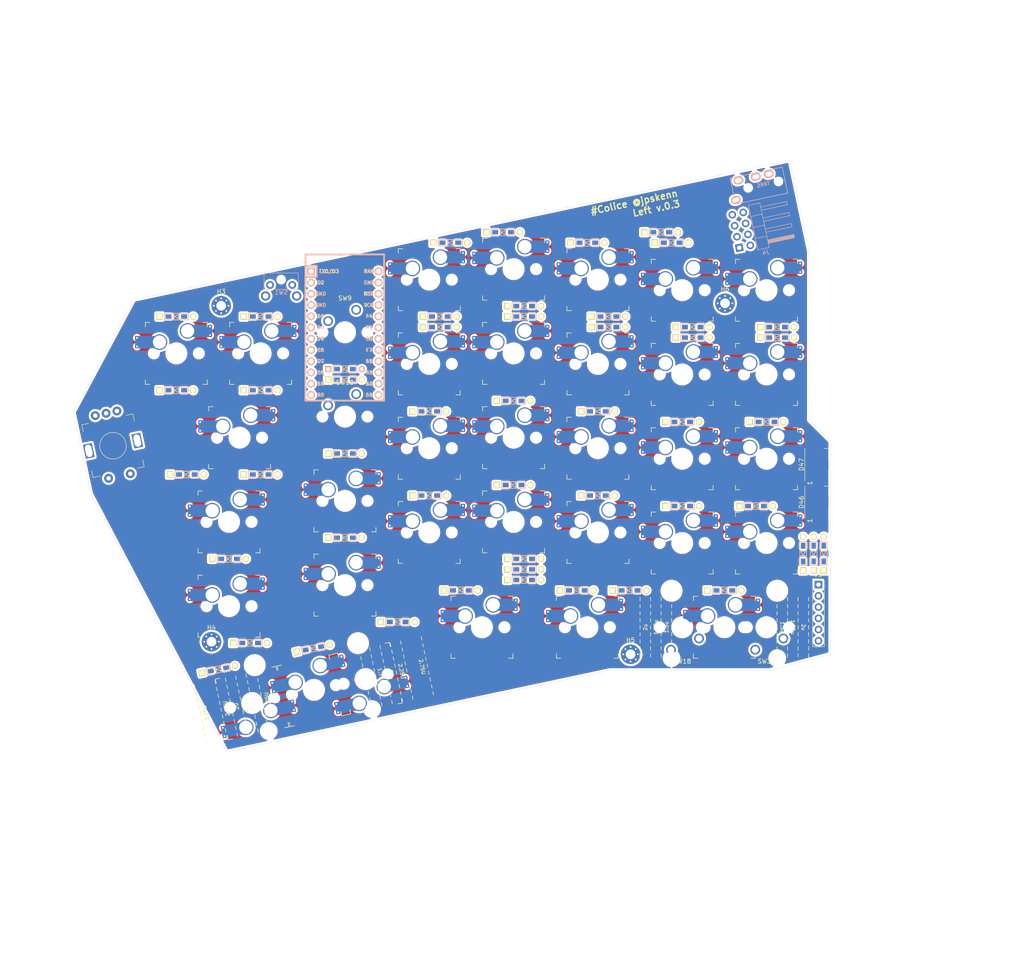
<source format=kicad_pcb>
(kicad_pcb (version 20171130) (host pcbnew "(5.1.5-0-10_14)")
  (layers (0 F.Cu signal) (31 B.Cu signal) (34 B.Paste user) (35 F.Paste user) (36 B.SilkS user) (37 F.SilkS user) (38 B.Mask user) (39 F.Mask user) (44 Edge.Cuts user))
  (net 0 "")
  (net 1 pin6)
  (net 2 pin1)
  (net 3 pin2)
  (net 4 pin3)
  (net 5 pin4)
  (net 6 pin5)
  (net 7 pin7)
  (net 8 "Net-(D8-Pad2)")
  (net 9 "Net-(D9-Pad2)")
  (net 10 "Net-(D11-Pad2)")
  (net 11 "Net-(D12-Pad2)")
  (net 12 pin8)
  (net 13 "Net-(D14-Pad2)")
  (net 14 "Net-(D17-Pad2)")
  (net 15 "Net-(D18-Pad2)")
  (net 16 pin9)
  (net 17 "Net-(D20-Pad2)")
  (net 18 "Net-(D21-Pad2)")
  (net 19 "Net-(D23-Pad2)")
  (net 20 "Net-(D24-Pad2)")
  (net 21 pin10)
  (net 22 "Net-(D26-Pad2)")
  (net 23 "Net-(D27-Pad2)")
  (net 24 "Net-(D29-Pad2)")
  (net 25 "Net-(D30-Pad2)")
  (net 26 "Net-(D32-Pad2)")
  (net 27 "Net-(D33-Pad2)")
  (net 28 "Net-(D35-Pad2)")
  (net 29 "Net-(D36-Pad2)")
  (net 30 "Net-(D38-Pad2)")
  (net 31 "Net-(D41-Pad2)")
  (net 32 "Net-(D42-Pad2)")
  (net 33 "Net-(D44-Pad2)")
  (net 34 "Net-(D45-Pad2)")
  (net 35 "Net-(D46-Pad2)")
  (net 36 data)
  (net 37 led)
  (net 38 GND1)
  (net 39 VCC)
  (net 40 reset)
  (net 41 "Net-(D2-Pad2)")
  (net 42 "Net-(D5-Pad2)")
  (net 43 "Net-(D6-Pad2)")
  (net 44 "Net-(D7-Pad2)")
  (net 45 "Net-(D13-Pad2)")
  (net 46 "Net-(D19-Pad2)")
  (net 47 "Net-(D25-Pad2)")
  (net 48 "Net-(D31-Pad2)")
  (net 49 "Net-(D37-Pad2)")
  (net 50 "Net-(D43-Pad2)")
  (net 51 "Net-(D3-Pad2)")
  (net 52 "Net-(D4-Pad1)")
  (net 53 "Net-(D10-Pad1)")
  (net 54 "Net-(D16-Pad1)")
  (net 55 "Net-(D22-Pad1)")
  (net 56 "Net-(D28-Pad1)")
  (net 57 "Net-(D34-Pad1)")
  (net 58 "Net-(D40-Pad1)")
  (net 59 encS1)
  (net 60 encS2)
  (net 61 encB)
  (net 62 encA)
  (net 63 "Net-(D39-Pad1)")
  (net 64 "Net-(D48-Pad2)")
  (net 65 "Net-(D49-Pad2)")
  (net 66 "Net-(D50-Pad2)")
  (net 67 "Net-(D51-Pad2)")
  (net 68 "Net-(D52-Pad2)")
  (net 69 "Net-(D47-Pad2)")
  (net 70 "Net-(J3-PadA)")
  (net 71 "Net-(J4-Pad8)")
  (net 72 "Net-(J4-Pad7)")
  (net 73 "Net-(J4-Pad6)")
  (net 74 "Net-(U1-Pad5)")
  (net 75 "Net-(U1-Pad6)")
  (net 76 "Net-(U1-Pad7)")
  (net 77 "Net-(U1-Pad18)")
  (net 78 "Net-(U1-Pad24)")
  (module SMK_SU120:D3_TH_SMD (layer F.Cu) (at 154.78125 48.81583)
    (fp_text reference D34 hide)
    (fp_text value D hide)
    (pad 1 smd rect (at -1.775 0) (size 1.3 0.95) (layers F.Cu F.Paste F.Mask) (net 57 "Net-(D34-Pad1)"))
    (pad 2 smd rect (at 1.775 0) (size 1.3 0.95) (layers B.Cu B.Paste B.Mask) (net 5 pin4))
    (pad 1 smd rect (at -1.775 0) (size 1.3 0.95) (layers B.Cu B.Paste B.Mask) (net 57 "Net-(D34-Pad1)"))
    (pad 1 thru_hole rect (at -3.81 0) (size 1.397 1.397) (drill 0.8128) (layers *.Cu *.Mask F.SilkS) (net 57 "Net-(D34-Pad1)"))
    (pad 2 thru_hole circle (at 3.81 0) (size 1.397 1.397) (drill 0.8128) (layers *.Cu *.Mask F.SilkS) (net 5 pin4))
    (pad 2 smd rect (at 1.775 0) (size 1.3 0.95) (layers F.Cu F.Paste F.Mask) (net 5 pin4))
  )
  (module SMK_keebio:ArduinoProMicro (layer F.Cu) (at 83.312 71.628 270)
    (fp_text reference U1 hide)
    (fp_text value ProMicro hide)
    (fp_text user D2 (at -11.43 5.461) (layer B.SilkS) (effects (font (size 0.8 0.8)) (justify mirror)))
    (fp_text user D0 (at -1.27 5.461) (layer B.SilkS) (effects (font (size 0.8 0.8)) (justify mirror)))
    (fp_text user D1 (at -3.81 5.461) (layer B.SilkS) (effects (font (size 0.8 0.8)) (justify mirror)))
    (fp_text user GND (at -6.35 5.461) (layer B.SilkS) (effects (font (size 0.8 0.8)) (justify mirror)))
    (fp_text user GND (at -8.89 5.461) (layer B.SilkS) (effects (font (size 0.8 0.8)) (justify mirror)))
    (fp_text user D4 (at 1.27 5.461) (layer B.SilkS) (effects (font (size 0.8 0.8)) (justify mirror)))
    (fp_text user C6 (at 3.81 5.461) (layer B.SilkS) (effects (font (size 0.8 0.8)) (justify mirror)))
    (fp_text user D7 (at 6.35 5.461) (layer B.SilkS) (effects (font (size 0.8 0.8)) (justify mirror)))
    (fp_text user E6 (at 8.89 5.461) (layer B.SilkS) (effects (font (size 0.8 0.8)) (justify mirror)))
    (fp_text user B4 (at 11.43 5.461) (layer B.SilkS) (effects (font (size 0.8 0.8)) (justify mirror)))
    (fp_text user B5 (at 13.97 5.461) (layer B.SilkS) (effects (font (size 0.8 0.8)) (justify mirror)))
    (fp_text user B6 (at 13.97 -5.461) (layer B.SilkS) (effects (font (size 0.8 0.8)) (justify mirror)))
    (fp_text user B2 (at 11.43 -5.461) (layer F.SilkS) (effects (font (size 0.8 0.8))))
    (fp_text user B3 (at 8.89 -5.461) (layer B.SilkS) (effects (font (size 0.8 0.8)) (justify mirror)))
    (fp_text user B1 (at 6.35 -5.461) (layer B.SilkS) (effects (font (size 0.8 0.8)) (justify mirror)))
    (fp_text user F7 (at 3.81 -5.461) (layer F.SilkS) (effects (font (size 0.8 0.8))))
    (fp_text user F6 (at 1.27 -5.461) (layer F.SilkS) (effects (font (size 0.8 0.8))))
    (fp_text user F5 (at -1.27 -5.461) (layer F.SilkS) (effects (font (size 0.8 0.8))))
    (fp_text user F4 (at -3.81 -5.461) (layer B.SilkS) (effects (font (size 0.8 0.8)) (justify mirror)))
    (fp_text user VCC (at -6.35 -5.461) (layer B.SilkS) (effects (font (size 0.8 0.8)) (justify mirror)))
    (fp_text user GND (at -11.43 -5.461) (layer B.SilkS) (effects (font (size 0.8 0.8)) (justify mirror)))
    (fp_text user RAW (at -13.97 -5.461) (layer B.SilkS) (effects (font (size 0.8 0.8)) (justify mirror)))
    (fp_text user RAW (at -13.97 -5.461) (layer F.SilkS) (effects (font (size 0.8 0.8))))
    (fp_text user GND (at -11.43 -5.461) (layer F.SilkS) (effects (font (size 0.8 0.8))))
    (fp_text user ST (at -8.92 -5.73312) (layer F.SilkS) (effects (font (size 0.8 0.8))))
    (fp_text user VCC (at -6.35 -5.461) (layer F.SilkS) (effects (font (size 0.8 0.8))))
    (fp_text user F4 (at -3.81 -5.461) (layer F.SilkS) (effects (font (size 0.8 0.8))))
    (fp_text user F5 (at -1.27 -5.461) (layer B.SilkS) (effects (font (size 0.8 0.8)) (justify mirror)))
    (fp_text user F6 (at 1.27 -5.461) (layer B.SilkS) (effects (font (size 0.8 0.8)) (justify mirror)))
    (fp_text user F7 (at 3.81 -5.461) (layer B.SilkS) (effects (font (size 0.8 0.8)) (justify mirror)))
    (fp_text user B1 (at 6.35 -5.461) (layer F.SilkS) (effects (font (size 0.8 0.8))))
    (fp_text user B3 (at 8.89 -5.461) (layer F.SilkS) (effects (font (size 0.8 0.8))))
    (fp_text user B2 (at 11.43 -5.461) (layer B.SilkS) (effects (font (size 0.8 0.8)) (justify mirror)))
    (fp_text user B6 (at 13.97 -5.461) (layer F.SilkS) (effects (font (size 0.8 0.8))))
    (fp_text user B5 (at 13.97 5.461) (layer F.SilkS) (effects (font (size 0.8 0.8))))
    (fp_text user B4 (at 11.43 5.461) (layer F.SilkS) (effects (font (size 0.8 0.8))))
    (fp_text user E6 (at 8.89 5.461) (layer F.SilkS) (effects (font (size 0.8 0.8))))
    (fp_text user D7 (at 6.35 5.461) (layer F.SilkS) (effects (font (size 0.8 0.8))))
    (fp_text user C6 (at 3.81 5.461) (layer F.SilkS) (effects (font (size 0.8 0.8))))
    (fp_text user D4 (at 1.27 5.461) (layer F.SilkS) (effects (font (size 0.8 0.8))))
    (fp_text user GND (at -8.89 5.461) (layer F.SilkS) (effects (font (size 0.8 0.8))))
    (fp_text user GND (at -6.35 5.461) (layer F.SilkS) (effects (font (size 0.8 0.8))))
    (fp_text user D1 (at -3.81 5.461) (layer F.SilkS) (effects (font (size 0.8 0.8))))
    (fp_text user D0 (at -1.27 5.461) (layer F.SilkS) (effects (font (size 0.8 0.8))))
    (fp_text user D2 (at -11.43 5.461) (layer F.SilkS) (effects (font (size 0.8 0.8))))
    (fp_text user TX0/D3 (at -13.97 3.571872) (layer B.SilkS) (effects (font (size 0.8 0.8)) (justify mirror)))
    (fp_text user TX0/D3 (at -13.97 3.571872) (layer F.SilkS) (effects (font (size 0.8 0.8))))
    (fp_text user ST (at -8.91 -5.04) (layer B.SilkS) (effects (font (size 0.8 0.8)) (justify mirror)))
    (pad 1 thru_hole rect (at -13.97 7.62 270) (size 1.7526 1.7526) (drill 1.0922) (layers *.Cu *.SilkS *.Mask) (net 37 led))
    (pad 2 thru_hole circle (at -11.43 7.62 270) (size 1.7526 1.7526) (drill 1.0922) (layers *.Cu *.SilkS *.Mask) (net 36 data))
    (pad 3 thru_hole circle (at -8.89 7.62 270) (size 1.7526 1.7526) (drill 1.0922) (layers *.Cu *.SilkS *.Mask) (net 38 GND1))
    (pad 4 thru_hole circle (at -6.35 7.62 270) (size 1.7526 1.7526) (drill 1.0922) (layers *.Cu *.SilkS *.Mask) (net 38 GND1))
    (pad 5 thru_hole circle (at -3.81 7.62 270) (size 1.7526 1.7526) (drill 1.0922) (layers *.Cu *.SilkS *.Mask) (net 74 "Net-(U1-Pad5)"))
    (pad 6 thru_hole circle (at -1.27 7.62 270) (size 1.7526 1.7526) (drill 1.0922) (layers *.Cu *.SilkS *.Mask) (net 75 "Net-(U1-Pad6)"))
    (pad 7 thru_hole circle (at 1.27 7.62 270) (size 1.7526 1.7526) (drill 1.0922) (layers *.Cu *.SilkS *.Mask) (net 76 "Net-(U1-Pad7)"))
    (pad 8 thru_hole circle (at 3.81 7.62 270) (size 1.7526 1.7526) (drill 1.0922) (layers *.Cu *.SilkS *.Mask) (net 1 pin6))
    (pad 9 thru_hole circle (at 6.35 7.62 270) (size 1.7526 1.7526) (drill 1.0922) (layers *.Cu *.SilkS *.Mask) (net 7 pin7))
    (pad 10 thru_hole circle (at 8.89 7.62 270) (size 1.7526 1.7526) (drill 1.0922) (layers *.Cu *.SilkS *.Mask) (net 12 pin8))
    (pad 11 thru_hole circle (at 11.43 7.62 270) (size 1.7526 1.7526) (drill 1.0922) (layers *.Cu *.SilkS *.Mask) (net 16 pin9))
    (pad 13 thru_hole circle (at 13.97 -7.62 270) (size 1.7526 1.7526) (drill 1.0922) (layers *.Cu *.SilkS *.Mask) (net 6 pin5))
    (pad 14 thru_hole circle (at 11.43 -7.62 270) (size 1.7526 1.7526) (drill 1.0922) (layers *.Cu *.SilkS *.Mask) (net 5 pin4))
    (pad 15 thru_hole circle (at 8.89 -7.62 270) (size 1.7526 1.7526) (drill 1.0922) (layers *.Cu *.SilkS *.Mask) (net 4 pin3))
    (pad 16 thru_hole circle (at 6.35 -7.62 270) (size 1.7526 1.7526) (drill 1.0922) (layers *.Cu *.SilkS *.Mask) (net 3 pin2))
    (pad 17 thru_hole circle (at 3.81 -7.62 270) (size 1.7526 1.7526) (drill 1.0922) (layers *.Cu *.SilkS *.Mask) (net 2 pin1))
    (pad 18 thru_hole circle (at 1.27 -7.62 270) (size 1.7526 1.7526) (drill 1.0922) (layers *.Cu *.SilkS *.Mask) (net 77 "Net-(U1-Pad18)"))
    (pad 19 thru_hole circle (at -1.27 -7.62 270) (size 1.7526 1.7526) (drill 1.0922) (layers *.Cu *.SilkS *.Mask) (net 61 encB))
    (pad 20 thru_hole circle (at -3.81 -7.62 270) (size 1.7526 1.7526) (drill 1.0922) (layers *.Cu *.SilkS *.Mask) (net 62 encA))
    (pad 21 thru_hole circle (at -6.35 -7.62 270) (size 1.7526 1.7526) (drill 1.0922) (layers *.Cu *.SilkS *.Mask) (net 39 VCC))
    (pad 22 thru_hole circle (at -8.89 -7.62 270) (size 1.7526 1.7526) (drill 1.0922) (layers *.Cu *.SilkS *.Mask) (net 40 reset))
    (pad 23 thru_hole circle (at -11.43 -7.62 270) (size 1.7526 1.7526) (drill 1.0922) (layers *.Cu *.SilkS *.Mask) (net 38 GND1))
    (pad 12 thru_hole circle (at 13.97 7.62 270) (size 1.7526 1.7526) (drill 1.0922) (layers *.Cu *.SilkS *.Mask) (net 21 pin10))
    (pad 24 thru_hole circle (at -13.97 -7.62 270) (size 1.7526 1.7526) (drill 1.0922) (layers *.Cu *.SilkS *.Mask) (net 78 "Net-(U1-Pad24)"))
  )
  (module SMK_SU120:D3_TH_SMD (layer F.Cu) (at 157.1625 51.19709)
    (fp_text reference D40 hide)
    (fp_text value D hide)
    (pad 2 smd rect (at 1.775 0) (size 1.3 0.95) (layers F.Cu F.Paste F.Mask) (net 6 pin5))
    (pad 2 thru_hole circle (at 3.81 0) (size 1.397 1.397) (drill 0.8128) (layers *.Cu *.Mask F.SilkS) (net 6 pin5))
    (pad 1 thru_hole rect (at -3.81 0) (size 1.397 1.397) (drill 0.8128) (layers *.Cu *.Mask F.SilkS) (net 58 "Net-(D40-Pad1)"))
    (pad 1 smd rect (at -1.775 0) (size 1.3 0.95) (layers B.Cu B.Paste B.Mask) (net 58 "Net-(D40-Pad1)"))
    (pad 2 smd rect (at 1.775 0) (size 1.3 0.95) (layers B.Cu B.Paste B.Mask) (net 6 pin5))
    (pad 1 smd rect (at -1.775 0) (size 1.3 0.95) (layers F.Cu F.Paste F.Mask) (net 58 "Net-(D40-Pad1)"))
  )
  (module SMK_SU120:D3_TH_SMD (layer F.Cu) (at 64.29375 103.58481)
    (fp_text reference D6 hide)
    (fp_text value D hide)
    (pad 2 smd rect (at 1.775 0) (size 1.3 0.95) (layers F.Cu F.Paste F.Mask) (net 43 "Net-(D6-Pad2)"))
    (pad 2 thru_hole circle (at 3.81 0) (size 1.397 1.397) (drill 0.8128) (layers *.Cu *.Mask F.SilkS) (net 43 "Net-(D6-Pad2)"))
    (pad 1 thru_hole rect (at -3.81 0) (size 1.397 1.397) (drill 0.8128) (layers *.Cu *.Mask F.SilkS) (net 3 pin2))
    (pad 1 smd rect (at -1.775 0) (size 1.3 0.95) (layers B.Cu B.Paste B.Mask) (net 3 pin2))
    (pad 2 smd rect (at 1.775 0) (size 1.3 0.95) (layers B.Cu B.Paste B.Mask) (net 43 "Net-(D6-Pad2)"))
    (pad 1 smd rect (at -1.775 0) (size 1.3 0.95) (layers F.Cu F.Paste F.Mask) (net 3 pin2))
  )
  (module SMK_foostan:CherryMX_Hotswap_v2 (layer F.Cu) (at 76.336645 152.26705 12)
    (fp_text reference SW8)
    (fp_text value SW_Push)
    (pad 2 smd rect (at 5.842 -5.08 12) (size 4.5 2.8) (layers B.Cu) (net 9 "Net-(D9-Pad2)"))
    (pad 1 smd rect (at -7.085 -2.54 12) (size 4.5 2.8) (layers B.Cu) (net 52 "Net-(D4-Pad1)"))
    (pad 2 thru_hole circle (at 7.62 -4.118 12) (size 0.8 0.8) (drill 0.4) (layers *.Cu) (net 9 "Net-(D9-Pad2)"))
    (pad 1 thru_hole circle (at -8.89 -1.578 12) (size 0.8 0.8) (drill 0.4) (layers *.Cu) (net 52 "Net-(D4-Pad1)"))
    (pad 2 thru_hole circle (at 7.62 -6.042 12) (size 0.8 0.8) (drill 0.4) (layers *.Cu) (net 9 "Net-(D9-Pad2)"))
    (pad 1 thru_hole circle (at -8.89 -3.502 12) (size 0.8 0.8) (drill 0.4) (layers *.Cu) (net 52 "Net-(D4-Pad1)"))
    (pad 2 smd rect (at 5.815 -5.08 12) (size 2.55 2.8) (layers B.Cu B.Paste B.Mask) (net 9 "Net-(D9-Pad2)"))
    (pad 1 smd rect (at -7.084999 -2.54 12) (size 2.55 2.8) (layers B.Cu B.Paste B.Mask) (net 52 "Net-(D4-Pad1)"))
    (pad "" np_thru_hole circle (at 5.08 0 60.0996) (size 1.75 1.75) (drill 1.75) (layers *.Cu *.Mask))
    (pad "" np_thru_hole circle (at -5.08 0 60.0996) (size 1.75 1.75) (drill 1.75) (layers *.Cu *.Mask))
    (pad 1 thru_hole circle (at -3.81 -2.54 12) (size 3.5 3.5) (drill 3) (layers *.Cu) (net 52 "Net-(D4-Pad1)"))
    (pad "" np_thru_hole circle (at 0 0 12) (size 3.9878 3.9878) (drill 3.9878) (layers *.Cu *.Mask))
    (pad 2 thru_hole circle (at 2.54 -5.08 12) (size 3.5 3.5) (drill 3) (layers *.Cu) (net 9 "Net-(D9-Pad2)"))
  )
  (module SMK_SU120:CherryMX_MidHeight_Choc_Hotswap_2.75U_Outline (layer F.Cu) (at 76.336645 152.26705 192)
    (fp_text reference H2 hide)
    (fp_text value MountingHole hide)
    (fp_text user 1.25U (at 10.715625 0 102 unlocked) (layer F.SilkS) (effects (font (size 0.8 0.8))))
    (fp_text user 1.75U (at 15.478125 0 102 unlocked) (layer F.SilkS) (effects (font (size 0.8 0.8))))
    (fp_text user 1.5U (at 13.096875 0 102 unlocked) (layer F.SilkS) (effects (font (size 0.8 0.8))))
    (fp_text user 2U (at 17.859375 0 102 unlocked) (layer F.SilkS) (effects (font (size 0.8 0.8))))
    (fp_text user 2.25U (at 20.240625 0 102 unlocked) (layer F.SilkS) (effects (font (size 0.8 0.8))))
    (fp_text user 2.75U (at 25.003125 0 102 unlocked) (layer F.SilkS) (effects (font (size 0.8 0.8))))
    (fp_text user 1.25U (at -10.715625 0 282 unlocked) (layer F.SilkS) (effects (font (size 0.8 0.8))))
    (fp_text user 1.5U (at -13.096875 0 282 unlocked) (layer F.SilkS) (effects (font (size 0.8 0.8))))
    (fp_text user 1.75U (at -15.478125 0 282 unlocked) (layer F.SilkS) (effects (font (size 0.8 0.8))))
    (fp_text user 2U (at -17.859375 0 282 unlocked) (layer F.SilkS) (effects (font (size 0.8 0.8))))
    (fp_text user 2.25U (at -20.240625 0 282 unlocked) (layer F.SilkS) (effects (font (size 0.8 0.8))))
    (fp_text user 2.75U (at -25.003125 0 282 unlocked) (layer F.SilkS) (effects (font (size 0.8 0.8))))
    (pad "" np_thru_hole circle (at -11.938 -6.985 192) (size 3.048 3.048) (drill 3.048) (layers *.Cu *.Mask))
    (pad "" np_thru_hole circle (at 11.938 -6.985 192) (size 3.048 3.048) (drill 3.048) (layers *.Cu *.Mask))
    (pad "" np_thru_hole circle (at -11.938 8.255 192) (size 3.9878 3.9878) (drill 3.9878) (layers *.Cu *.Mask))
    (pad "" np_thru_hole circle (at 11.938 8.255 192) (size 3.9878 3.9878) (drill 3.9878) (layers *.Cu *.Mask))
  )
  (module SMK_SU120:D3_TH_SMD (layer F.Cu) (at 107.15625 51.19709)
    (fp_text reference D16 hide)
    (fp_text value D hide)
    (pad 2 smd rect (at 1.775 0) (size 1.3 0.95) (layers F.Cu F.Paste F.Mask) (net 2 pin1))
    (pad 2 thru_hole circle (at 3.81 0) (size 1.397 1.397) (drill 0.8128) (layers *.Cu *.Mask F.SilkS) (net 2 pin1))
    (pad 1 thru_hole rect (at -3.81 0) (size 1.397 1.397) (drill 0.8128) (layers *.Cu *.Mask F.SilkS) (net 54 "Net-(D16-Pad1)"))
    (pad 1 smd rect (at -1.775 0) (size 1.3 0.95) (layers B.Cu B.Paste B.Mask) (net 54 "Net-(D16-Pad1)"))
    (pad 2 smd rect (at 1.775 0) (size 1.3 0.95) (layers B.Cu B.Paste B.Mask) (net 2 pin1))
    (pad 1 smd rect (at -1.775 0) (size 1.3 0.95) (layers F.Cu F.Paste F.Mask) (net 54 "Net-(D16-Pad1)"))
  )
  (module SMK_SU120:D3_TH_SMD (layer F.Cu) (at 83.34375 82.15347)
    (fp_text reference D11 hide)
    (fp_text value D hide)
    (pad 2 smd rect (at 1.775 0) (size 1.3 0.95) (layers F.Cu F.Paste F.Mask) (net 10 "Net-(D11-Pad2)"))
    (pad 2 thru_hole circle (at 3.81 0) (size 1.397 1.397) (drill 0.8128) (layers *.Cu *.Mask F.SilkS) (net 10 "Net-(D11-Pad2)"))
    (pad 1 thru_hole rect (at -3.81 0) (size 1.397 1.397) (drill 0.8128) (layers *.Cu *.Mask F.SilkS) (net 2 pin1))
    (pad 1 smd rect (at -1.775 0) (size 1.3 0.95) (layers B.Cu B.Paste B.Mask) (net 2 pin1))
    (pad 2 smd rect (at 1.775 0) (size 1.3 0.95) (layers B.Cu B.Paste B.Mask) (net 10 "Net-(D11-Pad2)"))
    (pad 1 smd rect (at -1.775 0) (size 1.3 0.95) (layers F.Cu F.Paste F.Mask) (net 2 pin1))
  )
  (module SMK_foostan:CherryMX_Hotswap_v2 (layer F.Cu) (at 45.24375 76.20032)
    (fp_text reference SW2)
    (fp_text value SW_Push)
    (pad 2 thru_hole circle (at 2.54 -5.08) (size 3.5 3.5) (drill 3) (layers *.Cu) (net 41 "Net-(D2-Pad2)"))
    (pad "" np_thru_hole circle (at 0 0) (size 3.9878 3.9878) (drill 3.9878) (layers *.Cu *.Mask))
    (pad 1 thru_hole circle (at -3.81 -2.54) (size 3.5 3.5) (drill 3) (layers *.Cu) (net 59 encS1))
    (pad "" np_thru_hole circle (at -5.08 0 48.0996) (size 1.75 1.75) (drill 1.75) (layers *.Cu *.Mask))
    (pad "" np_thru_hole circle (at 5.08 0 48.0996) (size 1.75 1.75) (drill 1.75) (layers *.Cu *.Mask))
    (pad 1 smd rect (at -7.085 -2.54) (size 2.55 2.8) (layers B.Cu B.Paste B.Mask) (net 59 encS1))
    (pad 2 smd rect (at 5.815 -5.08) (size 2.55 2.8) (layers B.Cu B.Paste B.Mask) (net 41 "Net-(D2-Pad2)"))
    (pad 1 thru_hole circle (at -8.89 -3.502) (size 0.8 0.8) (drill 0.4) (layers *.Cu) (net 59 encS1))
    (pad 2 thru_hole circle (at 7.62 -6.042) (size 0.8 0.8) (drill 0.4) (layers *.Cu) (net 41 "Net-(D2-Pad2)"))
    (pad 1 thru_hole circle (at -8.89 -1.578) (size 0.8 0.8) (drill 0.4) (layers *.Cu) (net 59 encS1))
    (pad 2 thru_hole circle (at 7.62 -4.118) (size 0.8 0.8) (drill 0.4) (layers *.Cu) (net 41 "Net-(D2-Pad2)"))
    (pad 1 smd rect (at -7.085 -2.54) (size 4.5 2.8) (layers B.Cu) (net 59 encS1))
    (pad 2 smd rect (at 5.842 -5.08) (size 4.5 2.8) (layers B.Cu) (net 41 "Net-(D2-Pad2)"))
  )
  (module SMK_SU120:D3_TH_SMD (layer F.Cu) (at 45.24375 67.86591)
    (fp_text reference D1 hide)
    (fp_text value D hide)
    (pad 2 smd rect (at 1.775 0) (size 1.3 0.95) (layers F.Cu F.Paste F.Mask) (net 12 pin8))
    (pad 2 thru_hole circle (at 3.81 0) (size 1.397 1.397) (drill 0.8128) (layers *.Cu *.Mask F.SilkS) (net 12 pin8))
    (pad 1 thru_hole rect (at -3.81 0) (size 1.397 1.397) (drill 0.8128) (layers *.Cu *.Mask F.SilkS) (net 59 encS1))
    (pad 1 smd rect (at -1.775 0) (size 1.3 0.95) (layers B.Cu B.Paste B.Mask) (net 59 encS1))
    (pad 2 smd rect (at 1.775 0) (size 1.3 0.95) (layers B.Cu B.Paste B.Mask) (net 12 pin8))
    (pad 1 smd rect (at -1.775 0) (size 1.3 0.95) (layers F.Cu F.Paste F.Mask) (net 59 encS1))
  )
  (module SMK_SU120:D3_TH_SMD (layer F.Cu) (at 45.24375 84.53473)
    (fp_text reference D2 hide)
    (fp_text value D hide)
    (pad 2 smd rect (at 1.775 0) (size 1.3 0.95) (layers F.Cu F.Paste F.Mask) (net 41 "Net-(D2-Pad2)"))
    (pad 2 thru_hole circle (at 3.81 0) (size 1.397 1.397) (drill 0.8128) (layers *.Cu *.Mask F.SilkS) (net 41 "Net-(D2-Pad2)"))
    (pad 1 thru_hole rect (at -3.81 0) (size 1.397 1.397) (drill 0.8128) (layers *.Cu *.Mask F.SilkS) (net 2 pin1))
    (pad 1 smd rect (at -1.775 0) (size 1.3 0.95) (layers B.Cu B.Paste B.Mask) (net 2 pin1))
    (pad 2 smd rect (at 1.775 0) (size 1.3 0.95) (layers B.Cu B.Paste B.Mask) (net 41 "Net-(D2-Pad2)"))
    (pad 1 smd rect (at -1.775 0) (size 1.3 0.95) (layers F.Cu F.Paste F.Mask) (net 2 pin1))
  )
  (module SMK_SU120:D3_TH_SMD (layer F.Cu) (at 64.29375 67.86591)
    (fp_text reference D4 hide)
    (fp_text value D hide)
    (pad 1 smd rect (at -1.775 0) (size 1.3 0.95) (layers F.Cu F.Paste F.Mask) (net 52 "Net-(D4-Pad1)"))
    (pad 2 smd rect (at 1.775 0) (size 1.3 0.95) (layers B.Cu B.Paste B.Mask) (net 16 pin9))
    (pad 1 smd rect (at -1.775 0) (size 1.3 0.95) (layers B.Cu B.Paste B.Mask) (net 52 "Net-(D4-Pad1)"))
    (pad 1 thru_hole rect (at -3.81 0) (size 1.397 1.397) (drill 0.8128) (layers *.Cu *.Mask F.SilkS) (net 52 "Net-(D4-Pad1)"))
    (pad 2 thru_hole circle (at 3.81 0) (size 1.397 1.397) (drill 0.8128) (layers *.Cu *.Mask F.SilkS) (net 16 pin9))
    (pad 2 smd rect (at 1.775 0) (size 1.3 0.95) (layers F.Cu F.Paste F.Mask) (net 16 pin9))
  )
  (module SMK_SU120:D3_TH_SMD (layer F.Cu) (at 64.29375 84.53473)
    (fp_text reference D5 hide)
    (fp_text value D hide)
    (pad 2 smd rect (at 1.775 0) (size 1.3 0.95) (layers F.Cu F.Paste F.Mask) (net 42 "Net-(D5-Pad2)"))
    (pad 2 thru_hole circle (at 3.81 0) (size 1.397 1.397) (drill 0.8128) (layers *.Cu *.Mask F.SilkS) (net 42 "Net-(D5-Pad2)"))
    (pad 1 thru_hole rect (at -3.81 0) (size 1.397 1.397) (drill 0.8128) (layers *.Cu *.Mask F.SilkS) (net 2 pin1))
    (pad 1 smd rect (at -1.775 0) (size 1.3 0.95) (layers B.Cu B.Paste B.Mask) (net 2 pin1))
    (pad 2 smd rect (at 1.775 0) (size 1.3 0.95) (layers B.Cu B.Paste B.Mask) (net 42 "Net-(D5-Pad2)"))
    (pad 1 smd rect (at -1.775 0) (size 1.3 0.95) (layers F.Cu F.Paste F.Mask) (net 2 pin1))
  )
  (module SMK_SU120:D3_TH_SMD (layer F.Cu) (at 57.15 122.63489)
    (fp_text reference D7 hide)
    (fp_text value D hide)
    (pad 2 smd rect (at 1.775 0) (size 1.3 0.95) (layers F.Cu F.Paste F.Mask) (net 44 "Net-(D7-Pad2)"))
    (pad 2 thru_hole circle (at 3.81 0) (size 1.397 1.397) (drill 0.8128) (layers *.Cu *.Mask F.SilkS) (net 44 "Net-(D7-Pad2)"))
    (pad 1 thru_hole rect (at -3.81 0) (size 1.397 1.397) (drill 0.8128) (layers *.Cu *.Mask F.SilkS) (net 4 pin3))
    (pad 1 smd rect (at -1.775 0) (size 1.3 0.95) (layers B.Cu B.Paste B.Mask) (net 4 pin3))
    (pad 2 smd rect (at 1.775 0) (size 1.3 0.95) (layers B.Cu B.Paste B.Mask) (net 44 "Net-(D7-Pad2)"))
    (pad 1 smd rect (at -1.775 0) (size 1.3 0.95) (layers F.Cu F.Paste F.Mask) (net 4 pin3))
  )
  (module SMK_SU120:D3_TH_SMD (layer F.Cu) (at 61.9125 141.68497)
    (fp_text reference D8 hide)
    (fp_text value D hide)
    (pad 2 smd rect (at 1.775 0) (size 1.3 0.95) (layers F.Cu F.Paste F.Mask) (net 8 "Net-(D8-Pad2)"))
    (pad 2 thru_hole circle (at 3.81 0) (size 1.397 1.397) (drill 0.8128) (layers *.Cu *.Mask F.SilkS) (net 8 "Net-(D8-Pad2)"))
    (pad 1 thru_hole rect (at -3.81 0) (size 1.397 1.397) (drill 0.8128) (layers *.Cu *.Mask F.SilkS) (net 5 pin4))
    (pad 1 smd rect (at -1.775 0) (size 1.3 0.95) (layers B.Cu B.Paste B.Mask) (net 5 pin4))
    (pad 2 smd rect (at 1.775 0) (size 1.3 0.95) (layers B.Cu B.Paste B.Mask) (net 8 "Net-(D8-Pad2)"))
    (pad 1 smd rect (at -1.775 0) (size 1.3 0.95) (layers F.Cu F.Paste F.Mask) (net 5 pin4))
  )
  (module SMK_SU120:D3_TH_SMD (layer F.Cu) (at 76.2 142.8756 12)
    (fp_text reference D9 hide)
    (fp_text value D hide)
    (pad 2 smd rect (at 1.775 0 12) (size 1.3 0.95) (layers F.Cu F.Paste F.Mask) (net 9 "Net-(D9-Pad2)"))
    (pad 2 thru_hole circle (at 3.81 0 12) (size 1.397 1.397) (drill 0.8128) (layers *.Cu *.Mask F.SilkS) (net 9 "Net-(D9-Pad2)"))
    (pad 1 thru_hole rect (at -3.81 0 12) (size 1.397 1.397) (drill 0.8128) (layers *.Cu *.Mask F.SilkS) (net 6 pin5))
    (pad 1 smd rect (at -1.775 0 12) (size 1.3 0.95) (layers B.Cu B.Paste B.Mask) (net 6 pin5))
    (pad 2 smd rect (at 1.775 0 12) (size 1.3 0.95) (layers B.Cu B.Paste B.Mask) (net 9 "Net-(D9-Pad2)"))
    (pad 1 smd rect (at -1.775 0 12) (size 1.3 0.95) (layers F.Cu F.Paste F.Mask) (net 6 pin5))
  )
  (module SMK_SU120:D3_TH_SMD (layer B.Cu) (at 83.34375 79.77221)
    (fp_text reference D10 hide)
    (fp_text value D hide)
    (pad 2 smd rect (at 1.775 0) (size 1.3 0.95) (layers B.Cu B.Paste B.Mask) (net 21 pin10))
    (pad 2 thru_hole circle (at 3.81 0) (size 1.397 1.397) (drill 0.8128) (layers *.Cu *.Mask B.SilkS) (net 21 pin10))
    (pad 1 thru_hole rect (at -3.81 0) (size 1.397 1.397) (drill 0.8128) (layers *.Cu *.Mask B.SilkS) (net 53 "Net-(D10-Pad1)"))
    (pad 1 smd rect (at -1.775 0) (size 1.3 0.95) (layers F.Cu F.Paste F.Mask) (net 53 "Net-(D10-Pad1)"))
    (pad 2 smd rect (at 1.775 0) (size 1.3 0.95) (layers F.Cu F.Paste F.Mask) (net 21 pin10))
    (pad 1 smd rect (at -1.775 0) (size 1.3 0.95) (layers B.Cu B.Paste B.Mask) (net 53 "Net-(D10-Pad1)"))
  )
  (module SMK_SU120:D3_TH_SMD (layer F.Cu) (at 83.34375 98.82229)
    (fp_text reference D12 hide)
    (fp_text value D hide)
    (pad 2 smd rect (at 1.775 0) (size 1.3 0.95) (layers F.Cu F.Paste F.Mask) (net 11 "Net-(D12-Pad2)"))
    (pad 2 thru_hole circle (at 3.81 0) (size 1.397 1.397) (drill 0.8128) (layers *.Cu *.Mask F.SilkS) (net 11 "Net-(D12-Pad2)"))
    (pad 1 thru_hole rect (at -3.81 0) (size 1.397 1.397) (drill 0.8128) (layers *.Cu *.Mask F.SilkS) (net 3 pin2))
    (pad 1 smd rect (at -1.775 0) (size 1.3 0.95) (layers B.Cu B.Paste B.Mask) (net 3 pin2))
    (pad 2 smd rect (at 1.775 0) (size 1.3 0.95) (layers B.Cu B.Paste B.Mask) (net 11 "Net-(D12-Pad2)"))
    (pad 1 smd rect (at -1.775 0) (size 1.3 0.95) (layers F.Cu F.Paste F.Mask) (net 3 pin2))
  )
  (module SMK_SU120:D3_TH_SMD (layer F.Cu) (at 83.34375 117.87237)
    (fp_text reference D13 hide)
    (fp_text value D hide)
    (pad 2 smd rect (at 1.775 0) (size 1.3 0.95) (layers F.Cu F.Paste F.Mask) (net 45 "Net-(D13-Pad2)"))
    (pad 2 thru_hole circle (at 3.81 0) (size 1.397 1.397) (drill 0.8128) (layers *.Cu *.Mask F.SilkS) (net 45 "Net-(D13-Pad2)"))
    (pad 1 thru_hole rect (at -3.81 0) (size 1.397 1.397) (drill 0.8128) (layers *.Cu *.Mask F.SilkS) (net 4 pin3))
    (pad 1 smd rect (at -1.775 0) (size 1.3 0.95) (layers B.Cu B.Paste B.Mask) (net 4 pin3))
    (pad 2 smd rect (at 1.775 0) (size 1.3 0.95) (layers B.Cu B.Paste B.Mask) (net 45 "Net-(D13-Pad2)"))
    (pad 1 smd rect (at -1.775 0) (size 1.3 0.95) (layers F.Cu F.Paste F.Mask) (net 4 pin3))
  )
  (module SMK_SU120:D3_TH_SMD (layer F.Cu) (at 95.25 136.92245)
    (fp_text reference D14 hide)
    (fp_text value D hide)
    (pad 2 smd rect (at 1.775 0) (size 1.3 0.95) (layers F.Cu F.Paste F.Mask) (net 13 "Net-(D14-Pad2)"))
    (pad 2 thru_hole circle (at 3.81 0) (size 1.397 1.397) (drill 0.8128) (layers *.Cu *.Mask F.SilkS) (net 13 "Net-(D14-Pad2)"))
    (pad 1 thru_hole rect (at -3.81 0) (size 1.397 1.397) (drill 0.8128) (layers *.Cu *.Mask F.SilkS) (net 5 pin4))
    (pad 1 smd rect (at -1.775 0) (size 1.3 0.95) (layers B.Cu B.Paste B.Mask) (net 5 pin4))
    (pad 2 smd rect (at 1.775 0) (size 1.3 0.95) (layers B.Cu B.Paste B.Mask) (net 13 "Net-(D14-Pad2)"))
    (pad 1 smd rect (at -1.775 0) (size 1.3 0.95) (layers F.Cu F.Paste F.Mask) (net 5 pin4))
  )
  (module SMK_SU120:D3_TH_SMD (layer F.Cu) (at 104.775 67.86591)
    (fp_text reference D17 hide)
    (fp_text value D hide)
    (pad 2 smd rect (at 1.775 0) (size 1.3 0.95) (layers F.Cu F.Paste F.Mask) (net 14 "Net-(D17-Pad2)"))
    (pad 2 thru_hole circle (at 3.81 0) (size 1.397 1.397) (drill 0.8128) (layers *.Cu *.Mask F.SilkS) (net 14 "Net-(D17-Pad2)"))
    (pad 1 thru_hole rect (at -3.81 0) (size 1.397 1.397) (drill 0.8128) (layers *.Cu *.Mask F.SilkS) (net 1 pin6))
    (pad 1 smd rect (at -1.775 0) (size 1.3 0.95) (layers B.Cu B.Paste B.Mask) (net 1 pin6))
    (pad 2 smd rect (at 1.775 0) (size 1.3 0.95) (layers B.Cu B.Paste B.Mask) (net 14 "Net-(D17-Pad2)"))
    (pad 1 smd rect (at -1.775 0) (size 1.3 0.95) (layers F.Cu F.Paste F.Mask) (net 1 pin6))
  )
  (module SMK_SU120:D3_TH_SMD (layer F.Cu) (at 104.775 70.24717)
    (fp_text reference D18 hide)
    (fp_text value D hide)
    (pad 2 smd rect (at 1.775 0) (size 1.3 0.95) (layers F.Cu F.Paste F.Mask) (net 15 "Net-(D18-Pad2)"))
    (pad 2 thru_hole circle (at 3.81 0) (size 1.397 1.397) (drill 0.8128) (layers *.Cu *.Mask F.SilkS) (net 15 "Net-(D18-Pad2)"))
    (pad 1 thru_hole rect (at -3.81 0) (size 1.397 1.397) (drill 0.8128) (layers *.Cu *.Mask F.SilkS) (net 7 pin7))
    (pad 1 smd rect (at -1.775 0) (size 1.3 0.95) (layers B.Cu B.Paste B.Mask) (net 7 pin7))
    (pad 2 smd rect (at 1.775 0) (size 1.3 0.95) (layers B.Cu B.Paste B.Mask) (net 15 "Net-(D18-Pad2)"))
    (pad 1 smd rect (at -1.775 0) (size 1.3 0.95) (layers F.Cu F.Paste F.Mask) (net 7 pin7))
  )
  (module SMK_SU120:D3_TH_SMD (layer F.Cu) (at 102.39375 89.29725)
    (fp_text reference D19 hide)
    (fp_text value D hide)
    (pad 2 smd rect (at 1.775 0) (size 1.3 0.95) (layers F.Cu F.Paste F.Mask) (net 46 "Net-(D19-Pad2)"))
    (pad 2 thru_hole circle (at 3.81 0) (size 1.397 1.397) (drill 0.8128) (layers *.Cu *.Mask F.SilkS) (net 46 "Net-(D19-Pad2)"))
    (pad 1 thru_hole rect (at -3.81 0) (size 1.397 1.397) (drill 0.8128) (layers *.Cu *.Mask F.SilkS) (net 12 pin8))
    (pad 1 smd rect (at -1.775 0) (size 1.3 0.95) (layers B.Cu B.Paste B.Mask) (net 12 pin8))
    (pad 2 smd rect (at 1.775 0) (size 1.3 0.95) (layers B.Cu B.Paste B.Mask) (net 46 "Net-(D19-Pad2)"))
    (pad 1 smd rect (at -1.775 0) (size 1.3 0.95) (layers F.Cu F.Paste F.Mask) (net 12 pin8))
  )
  (module SMK_SU120:D3_TH_SMD (layer F.Cu) (at 102.39375 108.34733)
    (fp_text reference D20 hide)
    (fp_text value D hide)
    (pad 2 smd rect (at 1.775 0) (size 1.3 0.95) (layers F.Cu F.Paste F.Mask) (net 17 "Net-(D20-Pad2)"))
    (pad 2 thru_hole circle (at 3.81 0) (size 1.397 1.397) (drill 0.8128) (layers *.Cu *.Mask F.SilkS) (net 17 "Net-(D20-Pad2)"))
    (pad 1 thru_hole rect (at -3.81 0) (size 1.397 1.397) (drill 0.8128) (layers *.Cu *.Mask F.SilkS) (net 16 pin9))
    (pad 1 smd rect (at -1.775 0) (size 1.3 0.95) (layers B.Cu B.Paste B.Mask) (net 16 pin9))
    (pad 2 smd rect (at 1.775 0) (size 1.3 0.95) (layers B.Cu B.Paste B.Mask) (net 17 "Net-(D20-Pad2)"))
    (pad 1 smd rect (at -1.775 0) (size 1.3 0.95) (layers F.Cu F.Paste F.Mask) (net 16 pin9))
  )
  (module SMK_SU120:D3_TH_SMD (layer F.Cu) (at 147.6375 129.77867)
    (fp_text reference D21 hide)
    (fp_text value D hide)
    (pad 2 smd rect (at 1.775 0) (size 1.3 0.95) (layers F.Cu F.Paste F.Mask) (net 18 "Net-(D21-Pad2)"))
    (pad 2 thru_hole circle (at 3.81 0) (size 1.397 1.397) (drill 0.8128) (layers *.Cu *.Mask F.SilkS) (net 18 "Net-(D21-Pad2)"))
    (pad 1 thru_hole rect (at -3.81 0) (size 1.397 1.397) (drill 0.8128) (layers *.Cu *.Mask F.SilkS) (net 21 pin10))
    (pad 1 smd rect (at -1.775 0) (size 1.3 0.95) (layers B.Cu B.Paste B.Mask) (net 21 pin10))
    (pad 2 smd rect (at 1.775 0) (size 1.3 0.95) (layers B.Cu B.Paste B.Mask) (net 18 "Net-(D21-Pad2)"))
    (pad 1 smd rect (at -1.775 0) (size 1.3 0.95) (layers F.Cu F.Paste F.Mask) (net 21 pin10))
  )
  (module SMK_SU120:D3_TH_SMD (layer F.Cu) (at 119.0625 48.81583)
    (fp_text reference D22 hide)
    (fp_text value D hide)
    (pad 1 smd rect (at -1.775 0) (size 1.3 0.95) (layers F.Cu F.Paste F.Mask) (net 55 "Net-(D22-Pad1)"))
    (pad 2 smd rect (at 1.775 0) (size 1.3 0.95) (layers B.Cu B.Paste B.Mask) (net 3 pin2))
    (pad 1 smd rect (at -1.775 0) (size 1.3 0.95) (layers B.Cu B.Paste B.Mask) (net 55 "Net-(D22-Pad1)"))
    (pad 1 thru_hole rect (at -3.81 0) (size 1.397 1.397) (drill 0.8128) (layers *.Cu *.Mask F.SilkS) (net 55 "Net-(D22-Pad1)"))
    (pad 2 thru_hole circle (at 3.81 0) (size 1.397 1.397) (drill 0.8128) (layers *.Cu *.Mask F.SilkS) (net 3 pin2))
    (pad 2 smd rect (at 1.775 0) (size 1.3 0.95) (layers F.Cu F.Paste F.Mask) (net 3 pin2))
  )
  (module SMK_SU120:D3_TH_SMD (layer F.Cu) (at 123.825 65.48465)
    (fp_text reference D23 hide)
    (fp_text value D hide)
    (pad 2 smd rect (at 1.775 0) (size 1.3 0.95) (layers F.Cu F.Paste F.Mask) (net 19 "Net-(D23-Pad2)"))
    (pad 2 thru_hole circle (at 3.81 0) (size 1.397 1.397) (drill 0.8128) (layers *.Cu *.Mask F.SilkS) (net 19 "Net-(D23-Pad2)"))
    (pad 1 thru_hole rect (at -3.81 0) (size 1.397 1.397) (drill 0.8128) (layers *.Cu *.Mask F.SilkS) (net 1 pin6))
    (pad 1 smd rect (at -1.775 0) (size 1.3 0.95) (layers B.Cu B.Paste B.Mask) (net 1 pin6))
    (pad 2 smd rect (at 1.775 0) (size 1.3 0.95) (layers B.Cu B.Paste B.Mask) (net 19 "Net-(D23-Pad2)"))
    (pad 1 smd rect (at -1.775 0) (size 1.3 0.95) (layers F.Cu F.Paste F.Mask) (net 1 pin6))
  )
  (module SMK_SU120:D3_TH_SMD (layer F.Cu) (at 123.825 67.86591)
    (fp_text reference D24 hide)
    (fp_text value D hide)
    (pad 2 smd rect (at 1.775 0) (size 1.3 0.95) (layers F.Cu F.Paste F.Mask) (net 20 "Net-(D24-Pad2)"))
    (pad 2 thru_hole circle (at 3.81 0) (size 1.397 1.397) (drill 0.8128) (layers *.Cu *.Mask F.SilkS) (net 20 "Net-(D24-Pad2)"))
    (pad 1 thru_hole rect (at -3.81 0) (size 1.397 1.397) (drill 0.8128) (layers *.Cu *.Mask F.SilkS) (net 7 pin7))
    (pad 1 smd rect (at -1.775 0) (size 1.3 0.95) (layers B.Cu B.Paste B.Mask) (net 7 pin7))
    (pad 2 smd rect (at 1.775 0) (size 1.3 0.95) (layers B.Cu B.Paste B.Mask) (net 20 "Net-(D24-Pad2)"))
    (pad 1 smd rect (at -1.775 0) (size 1.3 0.95) (layers F.Cu F.Paste F.Mask) (net 7 pin7))
  )
  (module SMK_SU120:D3_TH_SMD (layer F.Cu) (at 121.44375 86.91599)
    (fp_text reference D25 hide)
    (fp_text value D hide)
    (pad 2 smd rect (at 1.775 0) (size 1.3 0.95) (layers F.Cu F.Paste F.Mask) (net 47 "Net-(D25-Pad2)"))
    (pad 2 thru_hole circle (at 3.81 0) (size 1.397 1.397) (drill 0.8128) (layers *.Cu *.Mask F.SilkS) (net 47 "Net-(D25-Pad2)"))
    (pad 1 thru_hole rect (at -3.81 0) (size 1.397 1.397) (drill 0.8128) (layers *.Cu *.Mask F.SilkS) (net 12 pin8))
    (pad 1 smd rect (at -1.775 0) (size 1.3 0.95) (layers B.Cu B.Paste B.Mask) (net 12 pin8))
    (pad 2 smd rect (at 1.775 0) (size 1.3 0.95) (layers B.Cu B.Paste B.Mask) (net 47 "Net-(D25-Pad2)"))
    (pad 1 smd rect (at -1.775 0) (size 1.3 0.95) (layers F.Cu F.Paste F.Mask) (net 12 pin8))
  )
  (module SMK_SU120:D3_TH_SMD (layer F.Cu) (at 121.44375 105.96607)
    (fp_text reference D26 hide)
    (fp_text value D hide)
    (pad 2 smd rect (at 1.775 0) (size 1.3 0.95) (layers F.Cu F.Paste F.Mask) (net 22 "Net-(D26-Pad2)"))
    (pad 2 thru_hole circle (at 3.81 0) (size 1.397 1.397) (drill 0.8128) (layers *.Cu *.Mask F.SilkS) (net 22 "Net-(D26-Pad2)"))
    (pad 1 thru_hole rect (at -3.81 0) (size 1.397 1.397) (drill 0.8128) (layers *.Cu *.Mask F.SilkS) (net 16 pin9))
    (pad 1 smd rect (at -1.775 0) (size 1.3 0.95) (layers B.Cu B.Paste B.Mask) (net 16 pin9))
    (pad 2 smd rect (at 1.775 0) (size 1.3 0.95) (layers B.Cu B.Paste B.Mask) (net 22 "Net-(D26-Pad2)"))
    (pad 1 smd rect (at -1.775 0) (size 1.3 0.95) (layers F.Cu F.Paste F.Mask) (net 16 pin9))
  )
  (module SMK_SU120:D3_TH_SMD (layer F.Cu) (at 109.5375 129.77867)
    (fp_text reference D27 hide)
    (fp_text value D hide)
    (pad 2 smd rect (at 1.775 0) (size 1.3 0.95) (layers F.Cu F.Paste F.Mask) (net 23 "Net-(D27-Pad2)"))
    (pad 2 thru_hole circle (at 3.81 0) (size 1.397 1.397) (drill 0.8128) (layers *.Cu *.Mask F.SilkS) (net 23 "Net-(D27-Pad2)"))
    (pad 1 thru_hole rect (at -3.81 0) (size 1.397 1.397) (drill 0.8128) (layers *.Cu *.Mask F.SilkS) (net 21 pin10))
    (pad 1 smd rect (at -1.775 0) (size 1.3 0.95) (layers B.Cu B.Paste B.Mask) (net 21 pin10))
    (pad 2 smd rect (at 1.775 0) (size 1.3 0.95) (layers B.Cu B.Paste B.Mask) (net 23 "Net-(D27-Pad2)"))
    (pad 1 smd rect (at -1.775 0) (size 1.3 0.95) (layers F.Cu F.Paste F.Mask) (net 21 pin10))
  )
  (module SMK_SU120:D3_TH_SMD (layer F.Cu) (at 138.1125 51.19709)
    (fp_text reference D28 hide)
    (fp_text value D hide)
    (pad 2 smd rect (at 1.775 0) (size 1.3 0.95) (layers F.Cu F.Paste F.Mask) (net 4 pin3))
    (pad 2 thru_hole circle (at 3.81 0) (size 1.397 1.397) (drill 0.8128) (layers *.Cu *.Mask F.SilkS) (net 4 pin3))
    (pad 1 thru_hole rect (at -3.81 0) (size 1.397 1.397) (drill 0.8128) (layers *.Cu *.Mask F.SilkS) (net 56 "Net-(D28-Pad1)"))
    (pad 1 smd rect (at -1.775 0) (size 1.3 0.95) (layers B.Cu B.Paste B.Mask) (net 56 "Net-(D28-Pad1)"))
    (pad 2 smd rect (at 1.775 0) (size 1.3 0.95) (layers B.Cu B.Paste B.Mask) (net 4 pin3))
    (pad 1 smd rect (at -1.775 0) (size 1.3 0.95) (layers F.Cu F.Paste F.Mask) (net 56 "Net-(D28-Pad1)"))
  )
  (module SMK_SU120:D3_TH_SMD (layer F.Cu) (at 142.875 67.86591)
    (fp_text reference D29 hide)
    (fp_text value D hide)
    (pad 2 smd rect (at 1.775 0) (size 1.3 0.95) (layers F.Cu F.Paste F.Mask) (net 24 "Net-(D29-Pad2)"))
    (pad 2 thru_hole circle (at 3.81 0) (size 1.397 1.397) (drill 0.8128) (layers *.Cu *.Mask F.SilkS) (net 24 "Net-(D29-Pad2)"))
    (pad 1 thru_hole rect (at -3.81 0) (size 1.397 1.397) (drill 0.8128) (layers *.Cu *.Mask F.SilkS) (net 1 pin6))
    (pad 1 smd rect (at -1.775 0) (size 1.3 0.95) (layers B.Cu B.Paste B.Mask) (net 1 pin6))
    (pad 2 smd rect (at 1.775 0) (size 1.3 0.95) (layers B.Cu B.Paste B.Mask) (net 24 "Net-(D29-Pad2)"))
    (pad 1 smd rect (at -1.775 0) (size 1.3 0.95) (layers F.Cu F.Paste F.Mask) (net 1 pin6))
  )
  (module SMK_SU120:D3_TH_SMD (layer F.Cu) (at 142.875 70.24717)
    (fp_text reference D30 hide)
    (fp_text value D hide)
    (pad 2 smd rect (at 1.775 0) (size 1.3 0.95) (layers F.Cu F.Paste F.Mask) (net 25 "Net-(D30-Pad2)"))
    (pad 2 thru_hole circle (at 3.81 0) (size 1.397 1.397) (drill 0.8128) (layers *.Cu *.Mask F.SilkS) (net 25 "Net-(D30-Pad2)"))
    (pad 1 thru_hole rect (at -3.81 0) (size 1.397 1.397) (drill 0.8128) (layers *.Cu *.Mask F.SilkS) (net 7 pin7))
    (pad 1 smd rect (at -1.775 0) (size 1.3 0.95) (layers B.Cu B.Paste B.Mask) (net 7 pin7))
    (pad 2 smd rect (at 1.775 0) (size 1.3 0.95) (layers B.Cu B.Paste B.Mask) (net 25 "Net-(D30-Pad2)"))
    (pad 1 smd rect (at -1.775 0) (size 1.3 0.95) (layers F.Cu F.Paste F.Mask) (net 7 pin7))
  )
  (module SMK_SU120:D3_TH_SMD (layer F.Cu) (at 140.49375 89.29725)
    (fp_text reference D31 hide)
    (fp_text value D hide)
    (pad 2 smd rect (at 1.775 0) (size 1.3 0.95) (layers F.Cu F.Paste F.Mask) (net 48 "Net-(D31-Pad2)"))
    (pad 2 thru_hole circle (at 3.81 0) (size 1.397 1.397) (drill 0.8128) (layers *.Cu *.Mask F.SilkS) (net 48 "Net-(D31-Pad2)"))
    (pad 1 thru_hole rect (at -3.81 0) (size 1.397 1.397) (drill 0.8128) (layers *.Cu *.Mask F.SilkS) (net 12 pin8))
    (pad 1 smd rect (at -1.775 0) (size 1.3 0.95) (layers B.Cu B.Paste B.Mask) (net 12 pin8))
    (pad 2 smd rect (at 1.775 0) (size 1.3 0.95) (layers B.Cu B.Paste B.Mask) (net 48 "Net-(D31-Pad2)"))
    (pad 1 smd rect (at -1.775 0) (size 1.3 0.95) (layers F.Cu F.Paste F.Mask) (net 12 pin8))
  )
  (module SMK_SU120:D3_TH_SMD (layer F.Cu) (at 140.49375 108.34733)
    (fp_text reference D32 hide)
    (fp_text value D hide)
    (pad 2 smd rect (at 1.775 0) (size 1.3 0.95) (layers F.Cu F.Paste F.Mask) (net 26 "Net-(D32-Pad2)"))
    (pad 2 thru_hole circle (at 3.81 0) (size 1.397 1.397) (drill 0.8128) (layers *.Cu *.Mask F.SilkS) (net 26 "Net-(D32-Pad2)"))
    (pad 1 thru_hole rect (at -3.81 0) (size 1.397 1.397) (drill 0.8128) (layers *.Cu *.Mask F.SilkS) (net 16 pin9))
    (pad 1 smd rect (at -1.775 0) (size 1.3 0.95) (layers B.Cu B.Paste B.Mask) (net 16 pin9))
    (pad 2 smd rect (at 1.775 0) (size 1.3 0.95) (layers B.Cu B.Paste B.Mask) (net 26 "Net-(D32-Pad2)"))
    (pad 1 smd rect (at -1.775 0) (size 1.3 0.95) (layers F.Cu F.Paste F.Mask) (net 16 pin9))
  )
  (module SMK_SU120:D3_TH_SMD (layer F.Cu) (at 135.73125 129.77867)
    (fp_text reference D33 hide)
    (fp_text value D hide)
    (pad 2 smd rect (at 1.775 0) (size 1.3 0.95) (layers F.Cu F.Paste F.Mask) (net 27 "Net-(D33-Pad2)"))
    (pad 2 thru_hole circle (at 3.81 0) (size 1.397 1.397) (drill 0.8128) (layers *.Cu *.Mask F.SilkS) (net 27 "Net-(D33-Pad2)"))
    (pad 1 thru_hole rect (at -3.81 0) (size 1.397 1.397) (drill 0.8128) (layers *.Cu *.Mask F.SilkS) (net 21 pin10))
    (pad 1 smd rect (at -1.775 0) (size 1.3 0.95) (layers B.Cu B.Paste B.Mask) (net 21 pin10))
    (pad 2 smd rect (at 1.775 0) (size 1.3 0.95) (layers B.Cu B.Paste B.Mask) (net 27 "Net-(D33-Pad2)"))
    (pad 1 smd rect (at -1.775 0) (size 1.3 0.95) (layers F.Cu F.Paste F.Mask) (net 21 pin10))
  )
  (module SMK_SU120:D3_TH_SMD (layer F.Cu) (at 161.925 70.24717)
    (fp_text reference D35 hide)
    (fp_text value D hide)
    (pad 2 smd rect (at 1.775 0) (size 1.3 0.95) (layers F.Cu F.Paste F.Mask) (net 28 "Net-(D35-Pad2)"))
    (pad 2 thru_hole circle (at 3.81 0) (size 1.397 1.397) (drill 0.8128) (layers *.Cu *.Mask F.SilkS) (net 28 "Net-(D35-Pad2)"))
    (pad 1 thru_hole rect (at -3.81 0) (size 1.397 1.397) (drill 0.8128) (layers *.Cu *.Mask F.SilkS) (net 1 pin6))
    (pad 1 smd rect (at -1.775 0) (size 1.3 0.95) (layers B.Cu B.Paste B.Mask) (net 1 pin6))
    (pad 2 smd rect (at 1.775 0) (size 1.3 0.95) (layers B.Cu B.Paste B.Mask) (net 28 "Net-(D35-Pad2)"))
    (pad 1 smd rect (at -1.775 0) (size 1.3 0.95) (layers F.Cu F.Paste F.Mask) (net 1 pin6))
  )
  (module SMK_SU120:D3_TH_SMD (layer F.Cu) (at 161.925 72.62843)
    (fp_text reference D36 hide)
    (fp_text value D hide)
    (pad 2 smd rect (at 1.775 0) (size 1.3 0.95) (layers F.Cu F.Paste F.Mask) (net 29 "Net-(D36-Pad2)"))
    (pad 2 thru_hole circle (at 3.81 0) (size 1.397 1.397) (drill 0.8128) (layers *.Cu *.Mask F.SilkS) (net 29 "Net-(D36-Pad2)"))
    (pad 1 thru_hole rect (at -3.81 0) (size 1.397 1.397) (drill 0.8128) (layers *.Cu *.Mask F.SilkS) (net 7 pin7))
    (pad 1 smd rect (at -1.775 0) (size 1.3 0.95) (layers B.Cu B.Paste B.Mask) (net 7 pin7))
    (pad 2 smd rect (at 1.775 0) (size 1.3 0.95) (layers B.Cu B.Paste B.Mask) (net 29 "Net-(D36-Pad2)"))
    (pad 1 smd rect (at -1.775 0) (size 1.3 0.95) (layers F.Cu F.Paste F.Mask) (net 7 pin7))
  )
  (module SMK_SU120:D3_TH_SMD (layer F.Cu) (at 159.54375 91.67851)
    (fp_text reference D37 hide)
    (fp_text value D hide)
    (pad 2 smd rect (at 1.775 0) (size 1.3 0.95) (layers F.Cu F.Paste F.Mask) (net 49 "Net-(D37-Pad2)"))
    (pad 2 thru_hole circle (at 3.81 0) (size 1.397 1.397) (drill 0.8128) (layers *.Cu *.Mask F.SilkS) (net 49 "Net-(D37-Pad2)"))
    (pad 1 thru_hole rect (at -3.81 0) (size 1.397 1.397) (drill 0.8128) (layers *.Cu *.Mask F.SilkS) (net 12 pin8))
    (pad 1 smd rect (at -1.775 0) (size 1.3 0.95) (layers B.Cu B.Paste B.Mask) (net 12 pin8))
    (pad 2 smd rect (at 1.775 0) (size 1.3 0.95) (layers B.Cu B.Paste B.Mask) (net 49 "Net-(D37-Pad2)"))
    (pad 1 smd rect (at -1.775 0) (size 1.3 0.95) (layers F.Cu F.Paste F.Mask) (net 12 pin8))
  )
  (module SMK_SU120:D3_TH_SMD (layer F.Cu) (at 159.54375 110.72859)
    (fp_text reference D38 hide)
    (fp_text value D hide)
    (pad 2 smd rect (at 1.775 0) (size 1.3 0.95) (layers F.Cu F.Paste F.Mask) (net 30 "Net-(D38-Pad2)"))
    (pad 2 thru_hole circle (at 3.81 0) (size 1.397 1.397) (drill 0.8128) (layers *.Cu *.Mask F.SilkS) (net 30 "Net-(D38-Pad2)"))
    (pad 1 thru_hole rect (at -3.81 0) (size 1.397 1.397) (drill 0.8128) (layers *.Cu *.Mask F.SilkS) (net 16 pin9))
    (pad 1 smd rect (at -1.775 0) (size 1.3 0.95) (layers B.Cu B.Paste B.Mask) (net 16 pin9))
    (pad 2 smd rect (at 1.775 0) (size 1.3 0.95) (layers B.Cu B.Paste B.Mask) (net 30 "Net-(D38-Pad2)"))
    (pad 1 smd rect (at -1.775 0) (size 1.3 0.95) (layers F.Cu F.Paste F.Mask) (net 16 pin9))
  )
  (module SMK_SU120:D3_TH_SMD (layer F.Cu) (at 180.975 70.24717)
    (fp_text reference D41 hide)
    (fp_text value D hide)
    (pad 2 smd rect (at 1.775 0) (size 1.3 0.95) (layers F.Cu F.Paste F.Mask) (net 31 "Net-(D41-Pad2)"))
    (pad 2 thru_hole circle (at 3.81 0) (size 1.397 1.397) (drill 0.8128) (layers *.Cu *.Mask F.SilkS) (net 31 "Net-(D41-Pad2)"))
    (pad 1 thru_hole rect (at -3.81 0) (size 1.397 1.397) (drill 0.8128) (layers *.Cu *.Mask F.SilkS) (net 1 pin6))
    (pad 1 smd rect (at -1.775 0) (size 1.3 0.95) (layers B.Cu B.Paste B.Mask) (net 1 pin6))
    (pad 2 smd rect (at 1.775 0) (size 1.3 0.95) (layers B.Cu B.Paste B.Mask) (net 31 "Net-(D41-Pad2)"))
    (pad 1 smd rect (at -1.775 0) (size 1.3 0.95) (layers F.Cu F.Paste F.Mask) (net 1 pin6))
  )
  (module SMK_SU120:D3_TH_SMD (layer F.Cu) (at 180.975 72.62843)
    (fp_text reference D42 hide)
    (fp_text value D hide)
    (pad 2 smd rect (at 1.775 0) (size 1.3 0.95) (layers F.Cu F.Paste F.Mask) (net 32 "Net-(D42-Pad2)"))
    (pad 2 thru_hole circle (at 3.81 0) (size 1.397 1.397) (drill 0.8128) (layers *.Cu *.Mask F.SilkS) (net 32 "Net-(D42-Pad2)"))
    (pad 1 thru_hole rect (at -3.81 0) (size 1.397 1.397) (drill 0.8128) (layers *.Cu *.Mask F.SilkS) (net 7 pin7))
    (pad 1 smd rect (at -1.775 0) (size 1.3 0.95) (layers B.Cu B.Paste B.Mask) (net 7 pin7))
    (pad 2 smd rect (at 1.775 0) (size 1.3 0.95) (layers B.Cu B.Paste B.Mask) (net 32 "Net-(D42-Pad2)"))
    (pad 1 smd rect (at -1.775 0) (size 1.3 0.95) (layers F.Cu F.Paste F.Mask) (net 7 pin7))
  )
  (module SMK_SU120:D3_TH_SMD (layer F.Cu) (at 178.59375 91.67851)
    (fp_text reference D43 hide)
    (fp_text value D hide)
    (pad 2 smd rect (at 1.775 0) (size 1.3 0.95) (layers F.Cu F.Paste F.Mask) (net 50 "Net-(D43-Pad2)"))
    (pad 2 thru_hole circle (at 3.81 0) (size 1.397 1.397) (drill 0.8128) (layers *.Cu *.Mask F.SilkS) (net 50 "Net-(D43-Pad2)"))
    (pad 1 thru_hole rect (at -3.81 0) (size 1.397 1.397) (drill 0.8128) (layers *.Cu *.Mask F.SilkS) (net 12 pin8))
    (pad 1 smd rect (at -1.775 0) (size 1.3 0.95) (layers B.Cu B.Paste B.Mask) (net 12 pin8))
    (pad 2 smd rect (at 1.775 0) (size 1.3 0.95) (layers B.Cu B.Paste B.Mask) (net 50 "Net-(D43-Pad2)"))
    (pad 1 smd rect (at -1.775 0) (size 1.3 0.95) (layers F.Cu F.Paste F.Mask) (net 12 pin8))
  )
  (module SMK_SU120:D3_TH_SMD (layer F.Cu) (at 176.2125 110.72859)
    (fp_text reference D44 hide)
    (fp_text value D hide)
    (pad 2 smd rect (at 1.775 0) (size 1.3 0.95) (layers F.Cu F.Paste F.Mask) (net 33 "Net-(D44-Pad2)"))
    (pad 2 thru_hole circle (at 3.81 0) (size 1.397 1.397) (drill 0.8128) (layers *.Cu *.Mask F.SilkS) (net 33 "Net-(D44-Pad2)"))
    (pad 1 thru_hole rect (at -3.81 0) (size 1.397 1.397) (drill 0.8128) (layers *.Cu *.Mask F.SilkS) (net 16 pin9))
    (pad 1 smd rect (at -1.775 0) (size 1.3 0.95) (layers B.Cu B.Paste B.Mask) (net 16 pin9))
    (pad 2 smd rect (at 1.775 0) (size 1.3 0.95) (layers B.Cu B.Paste B.Mask) (net 33 "Net-(D44-Pad2)"))
    (pad 1 smd rect (at -1.775 0) (size 1.3 0.95) (layers F.Cu F.Paste F.Mask) (net 16 pin9))
  )
  (module SMK_SU120:D3_TH_SMD (layer F.Cu) (at 169.06875 129.77867)
    (fp_text reference D45 hide)
    (fp_text value D hide)
    (pad 2 smd rect (at 1.775 0) (size 1.3 0.95) (layers F.Cu F.Paste F.Mask) (net 34 "Net-(D45-Pad2)"))
    (pad 2 thru_hole circle (at 3.81 0) (size 1.397 1.397) (drill 0.8128) (layers *.Cu *.Mask F.SilkS) (net 34 "Net-(D45-Pad2)"))
    (pad 1 thru_hole rect (at -3.81 0) (size 1.397 1.397) (drill 0.8128) (layers *.Cu *.Mask F.SilkS) (net 21 pin10))
    (pad 1 smd rect (at -1.775 0) (size 1.3 0.95) (layers B.Cu B.Paste B.Mask) (net 21 pin10))
    (pad 2 smd rect (at 1.775 0) (size 1.3 0.95) (layers B.Cu B.Paste B.Mask) (net 34 "Net-(D45-Pad2)"))
    (pad 1 smd rect (at -1.775 0) (size 1.3 0.95) (layers F.Cu F.Paste F.Mask) (net 21 pin10))
  )
  (module SMK_SU120:MJ-4PP-9 (layer B.Cu) (at 182.75808 37.01288 102)
    (fp_text reference J3)
    (fp_text value MJ-4PP-9 hide)
    (fp_text user TRRS (at 0 -4.96095 12) (layer B.SilkS) (effects (font (size 0.8 0.8)) (justify mirror)))
    (pad "" np_thru_hole circle (at 0 -1.5 102) (size 1.2 1.2) (drill 1.2) (layers *.Cu *.Mask B.SilkS))
    (pad "" np_thru_hole circle (at 0 -8.5 102) (size 1.2 1.2) (drill 1.2) (layers *.Cu *.Mask B.SilkS))
    (pad B thru_hole oval (at 2.1 -3.3 102) (size 1.7 2.2) (drill oval 1 1.5) (layers *.Cu *.Mask B.SilkS) (net 36 data) (clearance 0.15))
    (pad C thru_hole oval (at 2.1 -6.3 102) (size 1.7 2.2) (drill oval 1 1.5) (layers *.Cu *.Mask B.SilkS) (net 38 GND1) (clearance 0.15))
    (pad D thru_hole oval (at 2.1 -10.3 102) (size 1.7 2.2) (drill oval 1 1.5) (layers *.Cu *.Mask B.SilkS) (net 39 VCC) (clearance 0.15))
    (pad A thru_hole oval (at -2.1 -11.8 102) (size 1.7 2.2) (drill oval 1 1.5) (layers *.Cu *.Mask B.SilkS) (net 70 "Net-(J3-PadA)") (clearance 0.15))
  )
  (module SMK_foostan:CherryMX_Hotswap_v2 (layer F.Cu) (at 59.53125 95.2504)
    (fp_text reference SW5)
    (fp_text value SW_Push)
    (pad 2 thru_hole circle (at 2.54 -5.08) (size 3.5 3.5) (drill 3) (layers *.Cu) (net 43 "Net-(D6-Pad2)"))
    (pad "" np_thru_hole circle (at 0 0) (size 3.9878 3.9878) (drill 3.9878) (layers *.Cu *.Mask))
    (pad 1 thru_hole circle (at -3.81 -2.54) (size 3.5 3.5) (drill 3) (layers *.Cu) (net 52 "Net-(D4-Pad1)"))
    (pad "" np_thru_hole circle (at -5.08 0 48.0996) (size 1.75 1.75) (drill 1.75) (layers *.Cu *.Mask))
    (pad "" np_thru_hole circle (at 5.08 0 48.0996) (size 1.75 1.75) (drill 1.75) (layers *.Cu *.Mask))
    (pad 1 smd rect (at -7.085 -2.54) (size 2.55 2.8) (layers B.Cu B.Paste B.Mask) (net 52 "Net-(D4-Pad1)"))
    (pad 2 smd rect (at 5.815 -5.08) (size 2.55 2.8) (layers B.Cu B.Paste B.Mask) (net 43 "Net-(D6-Pad2)"))
    (pad 1 thru_hole circle (at -8.89 -3.502) (size 0.8 0.8) (drill 0.4) (layers *.Cu) (net 52 "Net-(D4-Pad1)"))
    (pad 2 thru_hole circle (at 7.62 -6.042) (size 0.8 0.8) (drill 0.4) (layers *.Cu) (net 43 "Net-(D6-Pad2)"))
    (pad 1 thru_hole circle (at -8.89 -1.578) (size 0.8 0.8) (drill 0.4) (layers *.Cu) (net 52 "Net-(D4-Pad1)"))
    (pad 2 thru_hole circle (at 7.62 -4.118) (size 0.8 0.8) (drill 0.4) (layers *.Cu) (net 43 "Net-(D6-Pad2)"))
    (pad 1 smd rect (at -7.085 -2.54) (size 4.5 2.8) (layers B.Cu) (net 52 "Net-(D4-Pad1)"))
    (pad 2 smd rect (at 5.842 -5.08) (size 4.5 2.8) (layers B.Cu) (net 43 "Net-(D6-Pad2)"))
  )
  (module SMK_foostan:CherryMX_Hotswap_v2 (layer F.Cu) (at 57.15 114.30048)
    (fp_text reference SW6)
    (fp_text value SW_Push)
    (pad 2 thru_hole circle (at 2.54 -5.08) (size 3.5 3.5) (drill 3) (layers *.Cu) (net 44 "Net-(D7-Pad2)"))
    (pad "" np_thru_hole circle (at 0 0) (size 3.9878 3.9878) (drill 3.9878) (layers *.Cu *.Mask))
    (pad 1 thru_hole circle (at -3.81 -2.54) (size 3.5 3.5) (drill 3) (layers *.Cu) (net 52 "Net-(D4-Pad1)"))
    (pad "" np_thru_hole circle (at -5.08 0 48.0996) (size 1.75 1.75) (drill 1.75) (layers *.Cu *.Mask))
    (pad "" np_thru_hole circle (at 5.08 0 48.0996) (size 1.75 1.75) (drill 1.75) (layers *.Cu *.Mask))
    (pad 1 smd rect (at -7.085 -2.54) (size 2.55 2.8) (layers B.Cu B.Paste B.Mask) (net 52 "Net-(D4-Pad1)"))
    (pad 2 smd rect (at 5.815 -5.08) (size 2.55 2.8) (layers B.Cu B.Paste B.Mask) (net 44 "Net-(D7-Pad2)"))
    (pad 1 thru_hole circle (at -8.89 -3.502) (size 0.8 0.8) (drill 0.4) (layers *.Cu) (net 52 "Net-(D4-Pad1)"))
    (pad 2 thru_hole circle (at 7.62 -6.042) (size 0.8 0.8) (drill 0.4) (layers *.Cu) (net 44 "Net-(D7-Pad2)"))
    (pad 1 thru_hole circle (at -8.89 -1.578) (size 0.8 0.8) (drill 0.4) (layers *.Cu) (net 52 "Net-(D4-Pad1)"))
    (pad 2 thru_hole circle (at 7.62 -4.118) (size 0.8 0.8) (drill 0.4) (layers *.Cu) (net 44 "Net-(D7-Pad2)"))
    (pad 1 smd rect (at -7.085 -2.54) (size 4.5 2.8) (layers B.Cu) (net 52 "Net-(D4-Pad1)"))
    (pad 2 smd rect (at 5.842 -5.08) (size 4.5 2.8) (layers B.Cu) (net 44 "Net-(D7-Pad2)"))
  )
  (module SMK_foostan:CherryMX_Hotswap_v2 (layer F.Cu) (at 57.15 133.35056)
    (fp_text reference SW7)
    (fp_text value SW_Push)
    (pad 2 thru_hole circle (at 2.54 -5.08) (size 3.5 3.5) (drill 3) (layers *.Cu) (net 8 "Net-(D8-Pad2)"))
    (pad "" np_thru_hole circle (at 0 0) (size 3.9878 3.9878) (drill 3.9878) (layers *.Cu *.Mask))
    (pad 1 thru_hole circle (at -3.81 -2.54) (size 3.5 3.5) (drill 3) (layers *.Cu) (net 52 "Net-(D4-Pad1)"))
    (pad "" np_thru_hole circle (at -5.08 0 48.0996) (size 1.75 1.75) (drill 1.75) (layers *.Cu *.Mask))
    (pad "" np_thru_hole circle (at 5.08 0 48.0996) (size 1.75 1.75) (drill 1.75) (layers *.Cu *.Mask))
    (pad 1 smd rect (at -7.085 -2.54) (size 2.55 2.8) (layers B.Cu B.Paste B.Mask) (net 52 "Net-(D4-Pad1)"))
    (pad 2 smd rect (at 5.815 -5.08) (size 2.55 2.8) (layers B.Cu B.Paste B.Mask) (net 8 "Net-(D8-Pad2)"))
    (pad 1 thru_hole circle (at -8.89 -3.502) (size 0.8 0.8) (drill 0.4) (layers *.Cu) (net 52 "Net-(D4-Pad1)"))
    (pad 2 thru_hole circle (at 7.62 -6.042) (size 0.8 0.8) (drill 0.4) (layers *.Cu) (net 8 "Net-(D8-Pad2)"))
    (pad 1 thru_hole circle (at -8.89 -1.578) (size 0.8 0.8) (drill 0.4) (layers *.Cu) (net 52 "Net-(D4-Pad1)"))
    (pad 2 thru_hole circle (at 7.62 -4.118) (size 0.8 0.8) (drill 0.4) (layers *.Cu) (net 8 "Net-(D8-Pad2)"))
    (pad 1 smd rect (at -7.085 -2.54) (size 4.5 2.8) (layers B.Cu) (net 52 "Net-(D4-Pad1)"))
    (pad 2 smd rect (at 5.842 -5.08) (size 4.5 2.8) (layers B.Cu) (net 8 "Net-(D8-Pad2)"))
  )
  (module SMK_foostan:CherryMX_Hotswap_v2 (layer F.Cu) (at 83.34375 128.58804)
    (fp_text reference SW12)
    (fp_text value SW_Push)
    (pad 2 thru_hole circle (at 2.54 -5.08) (size 3.5 3.5) (drill 3) (layers *.Cu) (net 13 "Net-(D14-Pad2)"))
    (pad "" np_thru_hole circle (at 0 0) (size 3.9878 3.9878) (drill 3.9878) (layers *.Cu *.Mask))
    (pad 1 thru_hole circle (at -3.81 -2.54) (size 3.5 3.5) (drill 3) (layers *.Cu) (net 53 "Net-(D10-Pad1)"))
    (pad "" np_thru_hole circle (at -5.08 0 48.0996) (size 1.75 1.75) (drill 1.75) (layers *.Cu *.Mask))
    (pad "" np_thru_hole circle (at 5.08 0 48.0996) (size 1.75 1.75) (drill 1.75) (layers *.Cu *.Mask))
    (pad 1 smd rect (at -7.085 -2.54) (size 2.55 2.8) (layers B.Cu B.Paste B.Mask) (net 53 "Net-(D10-Pad1)"))
    (pad 2 smd rect (at 5.815 -5.08) (size 2.55 2.8) (layers B.Cu B.Paste B.Mask) (net 13 "Net-(D14-Pad2)"))
    (pad 1 thru_hole circle (at -8.89 -3.502) (size 0.8 0.8) (drill 0.4) (layers *.Cu) (net 53 "Net-(D10-Pad1)"))
    (pad 2 thru_hole circle (at 7.62 -6.042) (size 0.8 0.8) (drill 0.4) (layers *.Cu) (net 13 "Net-(D14-Pad2)"))
    (pad 1 thru_hole circle (at -8.89 -1.578) (size 0.8 0.8) (drill 0.4) (layers *.Cu) (net 53 "Net-(D10-Pad1)"))
    (pad 2 thru_hole circle (at 7.62 -4.118) (size 0.8 0.8) (drill 0.4) (layers *.Cu) (net 13 "Net-(D14-Pad2)"))
    (pad 1 smd rect (at -7.085 -2.54) (size 4.5 2.8) (layers B.Cu) (net 53 "Net-(D10-Pad1)"))
    (pad 2 smd rect (at 5.842 -5.08) (size 4.5 2.8) (layers B.Cu) (net 13 "Net-(D14-Pad2)"))
  )
  (module SMK_foostan:CherryMX_Hotswap_v2 (layer F.Cu) (at 87.990646 149.828916 192)
    (fp_text reference SW13)
    (fp_text value SW_Push)
    (pad 2 smd rect (at 5.842 -5.08 192) (size 4.5 2.8) (layers B.Cu) (net 9 "Net-(D9-Pad2)"))
    (pad 1 smd rect (at -7.085 -2.54 192) (size 4.5 2.8) (layers B.Cu) (net 52 "Net-(D4-Pad1)"))
    (pad 2 thru_hole circle (at 7.62 -4.118 192) (size 0.8 0.8) (drill 0.4) (layers *.Cu) (net 9 "Net-(D9-Pad2)"))
    (pad 1 thru_hole circle (at -8.89 -1.578 192) (size 0.8 0.8) (drill 0.4) (layers *.Cu) (net 52 "Net-(D4-Pad1)"))
    (pad 2 thru_hole circle (at 7.62 -6.042 192) (size 0.8 0.8) (drill 0.4) (layers *.Cu) (net 9 "Net-(D9-Pad2)"))
    (pad 1 thru_hole circle (at -8.89 -3.502 192) (size 0.8 0.8) (drill 0.4) (layers *.Cu) (net 52 "Net-(D4-Pad1)"))
    (pad 2 smd rect (at 5.815 -5.08 192) (size 2.55 2.8) (layers B.Cu B.Paste B.Mask) (net 9 "Net-(D9-Pad2)"))
    (pad 1 smd rect (at -7.084999 -2.54 192) (size 2.55 2.8) (layers B.Cu B.Paste B.Mask) (net 52 "Net-(D4-Pad1)"))
    (pad "" np_thru_hole circle (at 5.08 0 240.0996) (size 1.75 1.75) (drill 1.75) (layers *.Cu *.Mask))
    (pad "" np_thru_hole circle (at -5.08 0 240.0996) (size 1.75 1.75) (drill 1.75) (layers *.Cu *.Mask))
    (pad 1 thru_hole circle (at -3.81 -2.54 192) (size 3.5 3.5) (drill 3) (layers *.Cu) (net 52 "Net-(D4-Pad1)"))
    (pad "" np_thru_hole circle (at 0 0 192) (size 3.9878 3.9878) (drill 3.9878) (layers *.Cu *.Mask))
    (pad 2 thru_hole circle (at 2.54 -5.08 192) (size 3.5 3.5) (drill 3) (layers *.Cu) (net 9 "Net-(D9-Pad2)"))
  )
  (module SMK_foostan:CherryMX_Hotswap_v2 (layer F.Cu) (at 102.39375 59.53125)
    (fp_text reference SW14)
    (fp_text value SW_Push)
    (pad 2 smd rect (at 5.842 -5.08) (size 4.5 2.8) (layers B.Cu) (net 14 "Net-(D17-Pad2)"))
    (pad 1 smd rect (at -7.085 -2.54) (size 4.5 2.8) (layers B.Cu) (net 54 "Net-(D16-Pad1)"))
    (pad 2 thru_hole circle (at 7.62 -4.118) (size 0.8 0.8) (drill 0.4) (layers *.Cu) (net 14 "Net-(D17-Pad2)"))
    (pad 1 thru_hole circle (at -8.89 -1.578) (size 0.8 0.8) (drill 0.4) (layers *.Cu) (net 54 "Net-(D16-Pad1)"))
    (pad 2 thru_hole circle (at 7.62 -6.042) (size 0.8 0.8) (drill 0.4) (layers *.Cu) (net 14 "Net-(D17-Pad2)"))
    (pad 1 thru_hole circle (at -8.89 -3.502) (size 0.8 0.8) (drill 0.4) (layers *.Cu) (net 54 "Net-(D16-Pad1)"))
    (pad 2 smd rect (at 5.815 -5.08) (size 2.55 2.8) (layers B.Cu B.Paste B.Mask) (net 14 "Net-(D17-Pad2)"))
    (pad 1 smd rect (at -7.085 -2.54) (size 2.55 2.8) (layers B.Cu B.Paste B.Mask) (net 54 "Net-(D16-Pad1)"))
    (pad "" np_thru_hole circle (at 5.08 0 48.0996) (size 1.75 1.75) (drill 1.75) (layers *.Cu *.Mask))
    (pad "" np_thru_hole circle (at -5.08 0 48.0996) (size 1.75 1.75) (drill 1.75) (layers *.Cu *.Mask))
    (pad 1 thru_hole circle (at -3.81 -2.54) (size 3.5 3.5) (drill 3) (layers *.Cu) (net 54 "Net-(D16-Pad1)"))
    (pad "" np_thru_hole circle (at 0 0) (size 3.9878 3.9878) (drill 3.9878) (layers *.Cu *.Mask))
    (pad 2 thru_hole circle (at 2.54 -5.08) (size 3.5 3.5) (drill 3) (layers *.Cu) (net 14 "Net-(D17-Pad2)"))
  )
  (module SMK_foostan:CherryMX_Hotswap_v2 (layer F.Cu) (at 102.39375 78.58125)
    (fp_text reference SW15)
    (fp_text value SW_Push)
    (pad 2 smd rect (at 5.842 -5.08) (size 4.5 2.8) (layers B.Cu) (net 15 "Net-(D18-Pad2)"))
    (pad 1 smd rect (at -7.085 -2.54) (size 4.5 2.8) (layers B.Cu) (net 54 "Net-(D16-Pad1)"))
    (pad 2 thru_hole circle (at 7.62 -4.118) (size 0.8 0.8) (drill 0.4) (layers *.Cu) (net 15 "Net-(D18-Pad2)"))
    (pad 1 thru_hole circle (at -8.89 -1.578) (size 0.8 0.8) (drill 0.4) (layers *.Cu) (net 54 "Net-(D16-Pad1)"))
    (pad 2 thru_hole circle (at 7.62 -6.042) (size 0.8 0.8) (drill 0.4) (layers *.Cu) (net 15 "Net-(D18-Pad2)"))
    (pad 1 thru_hole circle (at -8.89 -3.502) (size 0.8 0.8) (drill 0.4) (layers *.Cu) (net 54 "Net-(D16-Pad1)"))
    (pad 2 smd rect (at 5.815 -5.08) (size 2.55 2.8) (layers B.Cu B.Paste B.Mask) (net 15 "Net-(D18-Pad2)"))
    (pad 1 smd rect (at -7.085 -2.54) (size 2.55 2.8) (layers B.Cu B.Paste B.Mask) (net 54 "Net-(D16-Pad1)"))
    (pad "" np_thru_hole circle (at 5.08 0 48.0996) (size 1.75 1.75) (drill 1.75) (layers *.Cu *.Mask))
    (pad "" np_thru_hole circle (at -5.08 0 48.0996) (size 1.75 1.75) (drill 1.75) (layers *.Cu *.Mask))
    (pad 1 thru_hole circle (at -3.81 -2.54) (size 3.5 3.5) (drill 3) (layers *.Cu) (net 54 "Net-(D16-Pad1)"))
    (pad "" np_thru_hole circle (at 0 0) (size 3.9878 3.9878) (drill 3.9878) (layers *.Cu *.Mask))
    (pad 2 thru_hole circle (at 2.54 -5.08) (size 3.5 3.5) (drill 3) (layers *.Cu) (net 15 "Net-(D18-Pad2)"))
  )
  (module SMK_foostan:CherryMX_Hotswap_v2 (layer F.Cu) (at 102.39375 97.63125)
    (fp_text reference SW16)
    (fp_text value SW_Push)
    (pad 2 smd rect (at 5.842 -5.08) (size 4.5 2.8) (layers B.Cu) (net 46 "Net-(D19-Pad2)"))
    (pad 1 smd rect (at -7.085 -2.54) (size 4.5 2.8) (layers B.Cu) (net 54 "Net-(D16-Pad1)"))
    (pad 2 thru_hole circle (at 7.62 -4.118) (size 0.8 0.8) (drill 0.4) (layers *.Cu) (net 46 "Net-(D19-Pad2)"))
    (pad 1 thru_hole circle (at -8.89 -1.578) (size 0.8 0.8) (drill 0.4) (layers *.Cu) (net 54 "Net-(D16-Pad1)"))
    (pad 2 thru_hole circle (at 7.62 -6.042) (size 0.8 0.8) (drill 0.4) (layers *.Cu) (net 46 "Net-(D19-Pad2)"))
    (pad 1 thru_hole circle (at -8.89 -3.502) (size 0.8 0.8) (drill 0.4) (layers *.Cu) (net 54 "Net-(D16-Pad1)"))
    (pad 2 smd rect (at 5.815 -5.08) (size 2.55 2.8) (layers B.Cu B.Paste B.Mask) (net 46 "Net-(D19-Pad2)"))
    (pad 1 smd rect (at -7.085 -2.54) (size 2.55 2.8) (layers B.Cu B.Paste B.Mask) (net 54 "Net-(D16-Pad1)"))
    (pad "" np_thru_hole circle (at 5.08 0 48.0996) (size 1.75 1.75) (drill 1.75) (layers *.Cu *.Mask))
    (pad "" np_thru_hole circle (at -5.08 0 48.0996) (size 1.75 1.75) (drill 1.75) (layers *.Cu *.Mask))
    (pad 1 thru_hole circle (at -3.81 -2.54) (size 3.5 3.5) (drill 3) (layers *.Cu) (net 54 "Net-(D16-Pad1)"))
    (pad "" np_thru_hole circle (at 0 0) (size 3.9878 3.9878) (drill 3.9878) (layers *.Cu *.Mask))
    (pad 2 thru_hole circle (at 2.54 -5.08) (size 3.5 3.5) (drill 3) (layers *.Cu) (net 46 "Net-(D19-Pad2)"))
  )
  (module SMK_foostan:CherryMX_Hotswap_v2 (layer F.Cu) (at 102.39375 116.68125)
    (fp_text reference SW17)
    (fp_text value SW_Push)
    (pad 2 smd rect (at 5.842 -5.08) (size 4.5 2.8) (layers B.Cu) (net 17 "Net-(D20-Pad2)"))
    (pad 1 smd rect (at -7.085 -2.54) (size 4.5 2.8) (layers B.Cu) (net 54 "Net-(D16-Pad1)"))
    (pad 2 thru_hole circle (at 7.62 -4.118) (size 0.8 0.8) (drill 0.4) (layers *.Cu) (net 17 "Net-(D20-Pad2)"))
    (pad 1 thru_hole circle (at -8.89 -1.578) (size 0.8 0.8) (drill 0.4) (layers *.Cu) (net 54 "Net-(D16-Pad1)"))
    (pad 2 thru_hole circle (at 7.62 -6.042) (size 0.8 0.8) (drill 0.4) (layers *.Cu) (net 17 "Net-(D20-Pad2)"))
    (pad 1 thru_hole circle (at -8.89 -3.502) (size 0.8 0.8) (drill 0.4) (layers *.Cu) (net 54 "Net-(D16-Pad1)"))
    (pad 2 smd rect (at 5.815 -5.08) (size 2.55 2.8) (layers B.Cu B.Paste B.Mask) (net 17 "Net-(D20-Pad2)"))
    (pad 1 smd rect (at -7.085 -2.54) (size 2.55 2.8) (layers B.Cu B.Paste B.Mask) (net 54 "Net-(D16-Pad1)"))
    (pad "" np_thru_hole circle (at 5.08 0 48.0996) (size 1.75 1.75) (drill 1.75) (layers *.Cu *.Mask))
    (pad "" np_thru_hole circle (at -5.08 0 48.0996) (size 1.75 1.75) (drill 1.75) (layers *.Cu *.Mask))
    (pad 1 thru_hole circle (at -3.81 -2.54) (size 3.5 3.5) (drill 3) (layers *.Cu) (net 54 "Net-(D16-Pad1)"))
    (pad "" np_thru_hole circle (at 0 0) (size 3.9878 3.9878) (drill 3.9878) (layers *.Cu *.Mask))
    (pad 2 thru_hole circle (at 2.54 -5.08) (size 3.5 3.5) (drill 3) (layers *.Cu) (net 17 "Net-(D20-Pad2)"))
  )
  (module SMK_foostan:CherryMX_Hotswap_v2 (layer F.Cu) (at 121.44375 57.15)
    (fp_text reference SW19)
    (fp_text value SW_Push)
    (pad 2 smd rect (at 5.842 -5.08) (size 4.5 2.8) (layers B.Cu) (net 19 "Net-(D23-Pad2)"))
    (pad 1 smd rect (at -7.085 -2.54) (size 4.5 2.8) (layers B.Cu) (net 55 "Net-(D22-Pad1)"))
    (pad 2 thru_hole circle (at 7.62 -4.118) (size 0.8 0.8) (drill 0.4) (layers *.Cu) (net 19 "Net-(D23-Pad2)"))
    (pad 1 thru_hole circle (at -8.89 -1.578) (size 0.8 0.8) (drill 0.4) (layers *.Cu) (net 55 "Net-(D22-Pad1)"))
    (pad 2 thru_hole circle (at 7.62 -6.042) (size 0.8 0.8) (drill 0.4) (layers *.Cu) (net 19 "Net-(D23-Pad2)"))
    (pad 1 thru_hole circle (at -8.89 -3.502) (size 0.8 0.8) (drill 0.4) (layers *.Cu) (net 55 "Net-(D22-Pad1)"))
    (pad 2 smd rect (at 5.815 -5.08) (size 2.55 2.8) (layers B.Cu B.Paste B.Mask) (net 19 "Net-(D23-Pad2)"))
    (pad 1 smd rect (at -7.085 -2.54) (size 2.55 2.8) (layers B.Cu B.Paste B.Mask) (net 55 "Net-(D22-Pad1)"))
    (pad "" np_thru_hole circle (at 5.08 0 48.0996) (size 1.75 1.75) (drill 1.75) (layers *.Cu *.Mask))
    (pad "" np_thru_hole circle (at -5.08 0 48.0996) (size 1.75 1.75) (drill 1.75) (layers *.Cu *.Mask))
    (pad 1 thru_hole circle (at -3.81 -2.54) (size 3.5 3.5) (drill 3) (layers *.Cu) (net 55 "Net-(D22-Pad1)"))
    (pad "" np_thru_hole circle (at 0 0) (size 3.9878 3.9878) (drill 3.9878) (layers *.Cu *.Mask))
    (pad 2 thru_hole circle (at 2.54 -5.08) (size 3.5 3.5) (drill 3) (layers *.Cu) (net 19 "Net-(D23-Pad2)"))
  )
  (module SMK_foostan:CherryMX_Hotswap_v2 (layer F.Cu) (at 121.44375 76.2)
    (fp_text reference SW20)
    (fp_text value SW_Push)
    (pad 2 smd rect (at 5.842 -5.08) (size 4.5 2.8) (layers B.Cu) (net 20 "Net-(D24-Pad2)"))
    (pad 1 smd rect (at -7.085 -2.54) (size 4.5 2.8) (layers B.Cu) (net 55 "Net-(D22-Pad1)"))
    (pad 2 thru_hole circle (at 7.62 -4.118) (size 0.8 0.8) (drill 0.4) (layers *.Cu) (net 20 "Net-(D24-Pad2)"))
    (pad 1 thru_hole circle (at -8.89 -1.578) (size 0.8 0.8) (drill 0.4) (layers *.Cu) (net 55 "Net-(D22-Pad1)"))
    (pad 2 thru_hole circle (at 7.62 -6.042) (size 0.8 0.8) (drill 0.4) (layers *.Cu) (net 20 "Net-(D24-Pad2)"))
    (pad 1 thru_hole circle (at -8.89 -3.502) (size 0.8 0.8) (drill 0.4) (layers *.Cu) (net 55 "Net-(D22-Pad1)"))
    (pad 2 smd rect (at 5.815 -5.08) (size 2.55 2.8) (layers B.Cu B.Paste B.Mask) (net 20 "Net-(D24-Pad2)"))
    (pad 1 smd rect (at -7.085 -2.54) (size 2.55 2.8) (layers B.Cu B.Paste B.Mask) (net 55 "Net-(D22-Pad1)"))
    (pad "" np_thru_hole circle (at 5.08 0 48.0996) (size 1.75 1.75) (drill 1.75) (layers *.Cu *.Mask))
    (pad "" np_thru_hole circle (at -5.08 0 48.0996) (size 1.75 1.75) (drill 1.75) (layers *.Cu *.Mask))
    (pad 1 thru_hole circle (at -3.81 -2.54) (size 3.5 3.5) (drill 3) (layers *.Cu) (net 55 "Net-(D22-Pad1)"))
    (pad "" np_thru_hole circle (at 0 0) (size 3.9878 3.9878) (drill 3.9878) (layers *.Cu *.Mask))
    (pad 2 thru_hole circle (at 2.54 -5.08) (size 3.5 3.5) (drill 3) (layers *.Cu) (net 20 "Net-(D24-Pad2)"))
  )
  (module SMK_foostan:CherryMX_Hotswap_v2 (layer F.Cu) (at 121.44375 95.25)
    (fp_text reference SW21)
    (fp_text value SW_Push)
    (pad 2 smd rect (at 5.842 -5.08) (size 4.5 2.8) (layers B.Cu) (net 47 "Net-(D25-Pad2)"))
    (pad 1 smd rect (at -7.085 -2.54) (size 4.5 2.8) (layers B.Cu) (net 55 "Net-(D22-Pad1)"))
    (pad 2 thru_hole circle (at 7.62 -4.118) (size 0.8 0.8) (drill 0.4) (layers *.Cu) (net 47 "Net-(D25-Pad2)"))
    (pad 1 thru_hole circle (at -8.89 -1.578) (size 0.8 0.8) (drill 0.4) (layers *.Cu) (net 55 "Net-(D22-Pad1)"))
    (pad 2 thru_hole circle (at 7.62 -6.042) (size 0.8 0.8) (drill 0.4) (layers *.Cu) (net 47 "Net-(D25-Pad2)"))
    (pad 1 thru_hole circle (at -8.89 -3.502) (size 0.8 0.8) (drill 0.4) (layers *.Cu) (net 55 "Net-(D22-Pad1)"))
    (pad 2 smd rect (at 5.815 -5.08) (size 2.55 2.8) (layers B.Cu B.Paste B.Mask) (net 47 "Net-(D25-Pad2)"))
    (pad 1 smd rect (at -7.085 -2.54) (size 2.55 2.8) (layers B.Cu B.Paste B.Mask) (net 55 "Net-(D22-Pad1)"))
    (pad "" np_thru_hole circle (at 5.08 0 48.0996) (size 1.75 1.75) (drill 1.75) (layers *.Cu *.Mask))
    (pad "" np_thru_hole circle (at -5.08 0 48.0996) (size 1.75 1.75) (drill 1.75) (layers *.Cu *.Mask))
    (pad 1 thru_hole circle (at -3.81 -2.54) (size 3.5 3.5) (drill 3) (layers *.Cu) (net 55 "Net-(D22-Pad1)"))
    (pad "" np_thru_hole circle (at 0 0) (size 3.9878 3.9878) (drill 3.9878) (layers *.Cu *.Mask))
    (pad 2 thru_hole circle (at 2.54 -5.08) (size 3.5 3.5) (drill 3) (layers *.Cu) (net 47 "Net-(D25-Pad2)"))
  )
  (module SMK_foostan:CherryMX_Hotswap_v2 (layer F.Cu) (at 121.44375 114.3)
    (fp_text reference SW22)
    (fp_text value SW_Push)
    (pad 2 smd rect (at 5.842 -5.08) (size 4.5 2.8) (layers B.Cu) (net 22 "Net-(D26-Pad2)"))
    (pad 1 smd rect (at -7.085 -2.54) (size 4.5 2.8) (layers B.Cu) (net 55 "Net-(D22-Pad1)"))
    (pad 2 thru_hole circle (at 7.62 -4.118) (size 0.8 0.8) (drill 0.4) (layers *.Cu) (net 22 "Net-(D26-Pad2)"))
    (pad 1 thru_hole circle (at -8.89 -1.578) (size 0.8 0.8) (drill 0.4) (layers *.Cu) (net 55 "Net-(D22-Pad1)"))
    (pad 2 thru_hole circle (at 7.62 -6.042) (size 0.8 0.8) (drill 0.4) (layers *.Cu) (net 22 "Net-(D26-Pad2)"))
    (pad 1 thru_hole circle (at -8.89 -3.502) (size 0.8 0.8) (drill 0.4) (layers *.Cu) (net 55 "Net-(D22-Pad1)"))
    (pad 2 smd rect (at 5.815 -5.08) (size 2.55 2.8) (layers B.Cu B.Paste B.Mask) (net 22 "Net-(D26-Pad2)"))
    (pad 1 smd rect (at -7.085 -2.54) (size 2.55 2.8) (layers B.Cu B.Paste B.Mask) (net 55 "Net-(D22-Pad1)"))
    (pad "" np_thru_hole circle (at 5.08 0 48.0996) (size 1.75 1.75) (drill 1.75) (layers *.Cu *.Mask))
    (pad "" np_thru_hole circle (at -5.08 0 48.0996) (size 1.75 1.75) (drill 1.75) (layers *.Cu *.Mask))
    (pad 1 thru_hole circle (at -3.81 -2.54) (size 3.5 3.5) (drill 3) (layers *.Cu) (net 55 "Net-(D22-Pad1)"))
    (pad "" np_thru_hole circle (at 0 0) (size 3.9878 3.9878) (drill 3.9878) (layers *.Cu *.Mask))
    (pad 2 thru_hole circle (at 2.54 -5.08) (size 3.5 3.5) (drill 3) (layers *.Cu) (net 22 "Net-(D26-Pad2)"))
  )
  (module SMK_foostan:CherryMX_Hotswap_v2 (layer F.Cu) (at 114.3 138.11308)
    (fp_text reference SW23)
    (fp_text value SW_Push)
    (pad 2 smd rect (at 5.842 -5.08) (size 4.5 2.8) (layers B.Cu) (net 23 "Net-(D27-Pad2)"))
    (pad 1 smd rect (at -7.085 -2.54) (size 4.5 2.8) (layers B.Cu) (net 55 "Net-(D22-Pad1)"))
    (pad 2 thru_hole circle (at 7.62 -4.118) (size 0.8 0.8) (drill 0.4) (layers *.Cu) (net 23 "Net-(D27-Pad2)"))
    (pad 1 thru_hole circle (at -8.89 -1.578) (size 0.8 0.8) (drill 0.4) (layers *.Cu) (net 55 "Net-(D22-Pad1)"))
    (pad 2 thru_hole circle (at 7.62 -6.042) (size 0.8 0.8) (drill 0.4) (layers *.Cu) (net 23 "Net-(D27-Pad2)"))
    (pad 1 thru_hole circle (at -8.89 -3.502) (size 0.8 0.8) (drill 0.4) (layers *.Cu) (net 55 "Net-(D22-Pad1)"))
    (pad 2 smd rect (at 5.815 -5.08) (size 2.55 2.8) (layers B.Cu B.Paste B.Mask) (net 23 "Net-(D27-Pad2)"))
    (pad 1 smd rect (at -7.085 -2.54) (size 2.55 2.8) (layers B.Cu B.Paste B.Mask) (net 55 "Net-(D22-Pad1)"))
    (pad "" np_thru_hole circle (at 5.08 0 48.0996) (size 1.75 1.75) (drill 1.75) (layers *.Cu *.Mask))
    (pad "" np_thru_hole circle (at -5.08 0 48.0996) (size 1.75 1.75) (drill 1.75) (layers *.Cu *.Mask))
    (pad 1 thru_hole circle (at -3.81 -2.54) (size 3.5 3.5) (drill 3) (layers *.Cu) (net 55 "Net-(D22-Pad1)"))
    (pad "" np_thru_hole circle (at 0 0) (size 3.9878 3.9878) (drill 3.9878) (layers *.Cu *.Mask))
    (pad 2 thru_hole circle (at 2.54 -5.08) (size 3.5 3.5) (drill 3) (layers *.Cu) (net 23 "Net-(D27-Pad2)"))
  )
  (module SMK_foostan:CherryMX_Hotswap_v2 (layer F.Cu) (at 140.49375 59.531249)
    (fp_text reference SW24)
    (fp_text value SW_Push)
    (pad 2 thru_hole circle (at 2.54 -5.08) (size 3.5 3.5) (drill 3) (layers *.Cu) (net 24 "Net-(D29-Pad2)"))
    (pad "" np_thru_hole circle (at 0 0) (size 3.9878 3.9878) (drill 3.9878) (layers *.Cu *.Mask))
    (pad 1 thru_hole circle (at -3.81 -2.54) (size 3.5 3.5) (drill 3) (layers *.Cu) (net 56 "Net-(D28-Pad1)"))
    (pad "" np_thru_hole circle (at -5.08 0 48.0996) (size 1.75 1.75) (drill 1.75) (layers *.Cu *.Mask))
    (pad "" np_thru_hole circle (at 5.08 0 48.0996) (size 1.75 1.75) (drill 1.75) (layers *.Cu *.Mask))
    (pad 1 smd rect (at -7.085 -2.54) (size 2.55 2.8) (layers B.Cu B.Paste B.Mask) (net 56 "Net-(D28-Pad1)"))
    (pad 2 smd rect (at 5.815 -5.08) (size 2.55 2.8) (layers B.Cu B.Paste B.Mask) (net 24 "Net-(D29-Pad2)"))
    (pad 1 thru_hole circle (at -8.89 -3.502) (size 0.8 0.8) (drill 0.4) (layers *.Cu) (net 56 "Net-(D28-Pad1)"))
    (pad 2 thru_hole circle (at 7.62 -6.042) (size 0.8 0.8) (drill 0.4) (layers *.Cu) (net 24 "Net-(D29-Pad2)"))
    (pad 1 thru_hole circle (at -8.89 -1.578) (size 0.8 0.8) (drill 0.4) (layers *.Cu) (net 56 "Net-(D28-Pad1)"))
    (pad 2 thru_hole circle (at 7.62 -4.118) (size 0.8 0.8) (drill 0.4) (layers *.Cu) (net 24 "Net-(D29-Pad2)"))
    (pad 1 smd rect (at -7.085 -2.54) (size 4.5 2.8) (layers B.Cu) (net 56 "Net-(D28-Pad1)"))
    (pad 2 smd rect (at 5.842 -5.08) (size 4.5 2.8) (layers B.Cu) (net 24 "Net-(D29-Pad2)"))
  )
  (module SMK_foostan:CherryMX_Hotswap_v2 (layer F.Cu) (at 140.49375 78.58125)
    (fp_text reference SW25)
    (fp_text value SW_Push)
    (pad 2 thru_hole circle (at 2.54 -5.08) (size 3.5 3.5) (drill 3) (layers *.Cu) (net 25 "Net-(D30-Pad2)"))
    (pad "" np_thru_hole circle (at 0 0) (size 3.9878 3.9878) (drill 3.9878) (layers *.Cu *.Mask))
    (pad 1 thru_hole circle (at -3.81 -2.54) (size 3.5 3.5) (drill 3) (layers *.Cu) (net 56 "Net-(D28-Pad1)"))
    (pad "" np_thru_hole circle (at -5.08 0 48.0996) (size 1.75 1.75) (drill 1.75) (layers *.Cu *.Mask))
    (pad "" np_thru_hole circle (at 5.08 0 48.0996) (size 1.75 1.75) (drill 1.75) (layers *.Cu *.Mask))
    (pad 1 smd rect (at -7.085 -2.54) (size 2.55 2.8) (layers B.Cu B.Paste B.Mask) (net 56 "Net-(D28-Pad1)"))
    (pad 2 smd rect (at 5.815 -5.08) (size 2.55 2.8) (layers B.Cu B.Paste B.Mask) (net 25 "Net-(D30-Pad2)"))
    (pad 1 thru_hole circle (at -8.89 -3.502) (size 0.8 0.8) (drill 0.4) (layers *.Cu) (net 56 "Net-(D28-Pad1)"))
    (pad 2 thru_hole circle (at 7.62 -6.042) (size 0.8 0.8) (drill 0.4) (layers *.Cu) (net 25 "Net-(D30-Pad2)"))
    (pad 1 thru_hole circle (at -8.89 -1.578) (size 0.8 0.8) (drill 0.4) (layers *.Cu) (net 56 "Net-(D28-Pad1)"))
    (pad 2 thru_hole circle (at 7.62 -4.118) (size 0.8 0.8) (drill 0.4) (layers *.Cu) (net 25 "Net-(D30-Pad2)"))
    (pad 1 smd rect (at -7.085 -2.54) (size 4.5 2.8) (layers B.Cu) (net 56 "Net-(D28-Pad1)"))
    (pad 2 smd rect (at 5.842 -5.08) (size 4.5 2.8) (layers B.Cu) (net 25 "Net-(D30-Pad2)"))
  )
  (module SMK_foostan:CherryMX_Hotswap_v2 (layer F.Cu) (at 140.49375 97.63125)
    (fp_text reference SW26)
    (fp_text value SW_Push)
    (pad 2 thru_hole circle (at 2.54 -5.08) (size 3.5 3.5) (drill 3) (layers *.Cu) (net 48 "Net-(D31-Pad2)"))
    (pad "" np_thru_hole circle (at 0 0) (size 3.9878 3.9878) (drill 3.9878) (layers *.Cu *.Mask))
    (pad 1 thru_hole circle (at -3.81 -2.54) (size 3.5 3.5) (drill 3) (layers *.Cu) (net 56 "Net-(D28-Pad1)"))
    (pad "" np_thru_hole circle (at -5.08 0 48.0996) (size 1.75 1.75) (drill 1.75) (layers *.Cu *.Mask))
    (pad "" np_thru_hole circle (at 5.08 0 48.0996) (size 1.75 1.75) (drill 1.75) (layers *.Cu *.Mask))
    (pad 1 smd rect (at -7.085 -2.54) (size 2.55 2.8) (layers B.Cu B.Paste B.Mask) (net 56 "Net-(D28-Pad1)"))
    (pad 2 smd rect (at 5.815 -5.08) (size 2.55 2.8) (layers B.Cu B.Paste B.Mask) (net 48 "Net-(D31-Pad2)"))
    (pad 1 thru_hole circle (at -8.89 -3.502) (size 0.8 0.8) (drill 0.4) (layers *.Cu) (net 56 "Net-(D28-Pad1)"))
    (pad 2 thru_hole circle (at 7.62 -6.042) (size 0.8 0.8) (drill 0.4) (layers *.Cu) (net 48 "Net-(D31-Pad2)"))
    (pad 1 thru_hole circle (at -8.89 -1.578) (size 0.8 0.8) (drill 0.4) (layers *.Cu) (net 56 "Net-(D28-Pad1)"))
    (pad 2 thru_hole circle (at 7.62 -4.118) (size 0.8 0.8) (drill 0.4) (layers *.Cu) (net 48 "Net-(D31-Pad2)"))
    (pad 1 smd rect (at -7.085 -2.54) (size 4.5 2.8) (layers B.Cu) (net 56 "Net-(D28-Pad1)"))
    (pad 2 smd rect (at 5.842 -5.08) (size 4.5 2.8) (layers B.Cu) (net 48 "Net-(D31-Pad2)"))
  )
  (module SMK_foostan:CherryMX_Hotswap_v2 (layer F.Cu) (at 140.493751 116.68125)
    (fp_text reference SW27)
    (fp_text value SW_Push)
    (pad 2 thru_hole circle (at 2.54 -5.08) (size 3.5 3.5) (drill 3) (layers *.Cu) (net 26 "Net-(D32-Pad2)"))
    (pad "" np_thru_hole circle (at 0 0) (size 3.9878 3.9878) (drill 3.9878) (layers *.Cu *.Mask))
    (pad 1 thru_hole circle (at -3.81 -2.54) (size 3.5 3.5) (drill 3) (layers *.Cu) (net 56 "Net-(D28-Pad1)"))
    (pad "" np_thru_hole circle (at -5.08 0 48.0996) (size 1.75 1.75) (drill 1.75) (layers *.Cu *.Mask))
    (pad "" np_thru_hole circle (at 5.08 0 48.0996) (size 1.75 1.75) (drill 1.75) (layers *.Cu *.Mask))
    (pad 1 smd rect (at -7.085 -2.54) (size 2.55 2.8) (layers B.Cu B.Paste B.Mask) (net 56 "Net-(D28-Pad1)"))
    (pad 2 smd rect (at 5.815 -5.08) (size 2.55 2.8) (layers B.Cu B.Paste B.Mask) (net 26 "Net-(D32-Pad2)"))
    (pad 1 thru_hole circle (at -8.89 -3.502) (size 0.8 0.8) (drill 0.4) (layers *.Cu) (net 56 "Net-(D28-Pad1)"))
    (pad 2 thru_hole circle (at 7.62 -6.042) (size 0.8 0.8) (drill 0.4) (layers *.Cu) (net 26 "Net-(D32-Pad2)"))
    (pad 1 thru_hole circle (at -8.89 -1.578) (size 0.8 0.8) (drill 0.4) (layers *.Cu) (net 56 "Net-(D28-Pad1)"))
    (pad 2 thru_hole circle (at 7.62 -4.118) (size 0.8 0.8) (drill 0.4) (layers *.Cu) (net 26 "Net-(D32-Pad2)"))
    (pad 1 smd rect (at -7.085 -2.54) (size 4.5 2.8) (layers B.Cu) (net 56 "Net-(D28-Pad1)"))
    (pad 2 smd rect (at 5.842 -5.08) (size 4.5 2.8) (layers B.Cu) (net 26 "Net-(D32-Pad2)"))
  )
  (module SMK_foostan:CherryMX_Hotswap_v2 (layer F.Cu) (at 159.54375 61.9125)
    (fp_text reference SW29)
    (fp_text value SW_Push)
    (pad 2 thru_hole circle (at 2.54 -5.08) (size 3.5 3.5) (drill 3) (layers *.Cu) (net 28 "Net-(D35-Pad2)"))
    (pad "" np_thru_hole circle (at 0 0) (size 3.9878 3.9878) (drill 3.9878) (layers *.Cu *.Mask))
    (pad 1 thru_hole circle (at -3.81 -2.54) (size 3.5 3.5) (drill 3) (layers *.Cu) (net 57 "Net-(D34-Pad1)"))
    (pad "" np_thru_hole circle (at -5.08 0 48.0996) (size 1.75 1.75) (drill 1.75) (layers *.Cu *.Mask))
    (pad "" np_thru_hole circle (at 5.08 0 48.0996) (size 1.75 1.75) (drill 1.75) (layers *.Cu *.Mask))
    (pad 1 smd rect (at -7.085 -2.54) (size 2.55 2.8) (layers B.Cu B.Paste B.Mask) (net 57 "Net-(D34-Pad1)"))
    (pad 2 smd rect (at 5.815 -5.08) (size 2.55 2.8) (layers B.Cu B.Paste B.Mask) (net 28 "Net-(D35-Pad2)"))
    (pad 1 thru_hole circle (at -8.89 -3.502) (size 0.8 0.8) (drill 0.4) (layers *.Cu) (net 57 "Net-(D34-Pad1)"))
    (pad 2 thru_hole circle (at 7.62 -6.042) (size 0.8 0.8) (drill 0.4) (layers *.Cu) (net 28 "Net-(D35-Pad2)"))
    (pad 1 thru_hole circle (at -8.89 -1.578) (size 0.8 0.8) (drill 0.4) (layers *.Cu) (net 57 "Net-(D34-Pad1)"))
    (pad 2 thru_hole circle (at 7.62 -4.118) (size 0.8 0.8) (drill 0.4) (layers *.Cu) (net 28 "Net-(D35-Pad2)"))
    (pad 1 smd rect (at -7.085 -2.54) (size 4.5 2.8) (layers B.Cu) (net 57 "Net-(D34-Pad1)"))
    (pad 2 smd rect (at 5.842 -5.08) (size 4.5 2.8) (layers B.Cu) (net 28 "Net-(D35-Pad2)"))
  )
  (module SMK_foostan:CherryMX_Hotswap_v2 (layer F.Cu) (at 159.54375 80.9625)
    (fp_text reference SW30)
    (fp_text value SW_Push)
    (pad 2 thru_hole circle (at 2.54 -5.08) (size 3.5 3.5) (drill 3) (layers *.Cu) (net 29 "Net-(D36-Pad2)"))
    (pad "" np_thru_hole circle (at 0 0) (size 3.9878 3.9878) (drill 3.9878) (layers *.Cu *.Mask))
    (pad 1 thru_hole circle (at -3.81 -2.54) (size 3.5 3.5) (drill 3) (layers *.Cu) (net 57 "Net-(D34-Pad1)"))
    (pad "" np_thru_hole circle (at -5.08 0 48.0996) (size 1.75 1.75) (drill 1.75) (layers *.Cu *.Mask))
    (pad "" np_thru_hole circle (at 5.08 0 48.0996) (size 1.75 1.75) (drill 1.75) (layers *.Cu *.Mask))
    (pad 1 smd rect (at -7.085 -2.54) (size 2.55 2.8) (layers B.Cu B.Paste B.Mask) (net 57 "Net-(D34-Pad1)"))
    (pad 2 smd rect (at 5.815 -5.08) (size 2.55 2.8) (layers B.Cu B.Paste B.Mask) (net 29 "Net-(D36-Pad2)"))
    (pad 1 thru_hole circle (at -8.89 -3.502) (size 0.8 0.8) (drill 0.4) (layers *.Cu) (net 57 "Net-(D34-Pad1)"))
    (pad 2 thru_hole circle (at 7.62 -6.042) (size 0.8 0.8) (drill 0.4) (layers *.Cu) (net 29 "Net-(D36-Pad2)"))
    (pad 1 thru_hole circle (at -8.89 -1.578) (size 0.8 0.8) (drill 0.4) (layers *.Cu) (net 57 "Net-(D34-Pad1)"))
    (pad 2 thru_hole circle (at 7.62 -4.118) (size 0.8 0.8) (drill 0.4) (layers *.Cu) (net 29 "Net-(D36-Pad2)"))
    (pad 1 smd rect (at -7.085 -2.54) (size 4.5 2.8) (layers B.Cu) (net 57 "Net-(D34-Pad1)"))
    (pad 2 smd rect (at 5.842 -5.08) (size 4.5 2.8) (layers B.Cu) (net 29 "Net-(D36-Pad2)"))
  )
  (module SMK_foostan:CherryMX_Hotswap_v2 (layer F.Cu) (at 159.54375 100.0125)
    (fp_text reference SW31)
    (fp_text value SW_Push)
    (pad 2 thru_hole circle (at 2.54 -5.08) (size 3.5 3.5) (drill 3) (layers *.Cu) (net 49 "Net-(D37-Pad2)"))
    (pad "" np_thru_hole circle (at 0 0) (size 3.9878 3.9878) (drill 3.9878) (layers *.Cu *.Mask))
    (pad 1 thru_hole circle (at -3.81 -2.54) (size 3.5 3.5) (drill 3) (layers *.Cu) (net 57 "Net-(D34-Pad1)"))
    (pad "" np_thru_hole circle (at -5.08 0 48.0996) (size 1.75 1.75) (drill 1.75) (layers *.Cu *.Mask))
    (pad "" np_thru_hole circle (at 5.08 0 48.0996) (size 1.75 1.75) (drill 1.75) (layers *.Cu *.Mask))
    (pad 1 smd rect (at -7.085 -2.54) (size 2.55 2.8) (layers B.Cu B.Paste B.Mask) (net 57 "Net-(D34-Pad1)"))
    (pad 2 smd rect (at 5.815 -5.08) (size 2.55 2.8) (layers B.Cu B.Paste B.Mask) (net 49 "Net-(D37-Pad2)"))
    (pad 1 thru_hole circle (at -8.89 -3.502) (size 0.8 0.8) (drill 0.4) (layers *.Cu) (net 57 "Net-(D34-Pad1)"))
    (pad 2 thru_hole circle (at 7.62 -6.042) (size 0.8 0.8) (drill 0.4) (layers *.Cu) (net 49 "Net-(D37-Pad2)"))
    (pad 1 thru_hole circle (at -8.89 -1.578) (size 0.8 0.8) (drill 0.4) (layers *.Cu) (net 57 "Net-(D34-Pad1)"))
    (pad 2 thru_hole circle (at 7.62 -4.118) (size 0.8 0.8) (drill 0.4) (layers *.Cu) (net 49 "Net-(D37-Pad2)"))
    (pad 1 smd rect (at -7.085 -2.54) (size 4.5 2.8) (layers B.Cu) (net 57 "Net-(D34-Pad1)"))
    (pad 2 smd rect (at 5.842 -5.08) (size 4.5 2.8) (layers B.Cu) (net 49 "Net-(D37-Pad2)"))
  )
  (module SMK_foostan:CherryMX_Hotswap_v2 (layer F.Cu) (at 159.543751 119.0625)
    (fp_text reference SW32)
    (fp_text value SW_Push)
    (pad 2 thru_hole circle (at 2.54 -5.08) (size 3.5 3.5) (drill 3) (layers *.Cu) (net 30 "Net-(D38-Pad2)"))
    (pad "" np_thru_hole circle (at 0 0) (size 3.9878 3.9878) (drill 3.9878) (layers *.Cu *.Mask))
    (pad 1 thru_hole circle (at -3.81 -2.54) (size 3.5 3.5) (drill 3) (layers *.Cu) (net 57 "Net-(D34-Pad1)"))
    (pad "" np_thru_hole circle (at -5.08 0 48.0996) (size 1.75 1.75) (drill 1.75) (layers *.Cu *.Mask))
    (pad "" np_thru_hole circle (at 5.08 0 48.0996) (size 1.75 1.75) (drill 1.75) (layers *.Cu *.Mask))
    (pad 1 smd rect (at -7.085 -2.54) (size 2.55 2.8) (layers B.Cu B.Paste B.Mask) (net 57 "Net-(D34-Pad1)"))
    (pad 2 smd rect (at 5.815 -5.08) (size 2.55 2.8) (layers B.Cu B.Paste B.Mask) (net 30 "Net-(D38-Pad2)"))
    (pad 1 thru_hole circle (at -8.89 -3.502) (size 0.8 0.8) (drill 0.4) (layers *.Cu) (net 57 "Net-(D34-Pad1)"))
    (pad 2 thru_hole circle (at 7.62 -6.042) (size 0.8 0.8) (drill 0.4) (layers *.Cu) (net 30 "Net-(D38-Pad2)"))
    (pad 1 thru_hole circle (at -8.89 -1.578) (size 0.8 0.8) (drill 0.4) (layers *.Cu) (net 57 "Net-(D34-Pad1)"))
    (pad 2 thru_hole circle (at 7.62 -4.118) (size 0.8 0.8) (drill 0.4) (layers *.Cu) (net 30 "Net-(D38-Pad2)"))
    (pad 1 smd rect (at -7.085 -2.54) (size 4.5 2.8) (layers B.Cu) (net 57 "Net-(D34-Pad1)"))
    (pad 2 smd rect (at 5.842 -5.08) (size 4.5 2.8) (layers B.Cu) (net 30 "Net-(D38-Pad2)"))
  )
  (module SMK_foostan:CherryMX_Hotswap_v2 (layer F.Cu) (at 178.593751 61.9125)
    (fp_text reference SW34)
    (fp_text value SW_Push)
    (pad 2 thru_hole circle (at 2.54 -5.08) (size 3.5 3.5) (drill 3) (layers *.Cu) (net 31 "Net-(D41-Pad2)"))
    (pad "" np_thru_hole circle (at 0 0) (size 3.9878 3.9878) (drill 3.9878) (layers *.Cu *.Mask))
    (pad 1 thru_hole circle (at -3.81 -2.54) (size 3.5 3.5) (drill 3) (layers *.Cu) (net 58 "Net-(D40-Pad1)"))
    (pad "" np_thru_hole circle (at -5.08 0 48.0996) (size 1.75 1.75) (drill 1.75) (layers *.Cu *.Mask))
    (pad "" np_thru_hole circle (at 5.08 0 48.0996) (size 1.75 1.75) (drill 1.75) (layers *.Cu *.Mask))
    (pad 1 smd rect (at -7.085 -2.54) (size 2.55 2.8) (layers B.Cu B.Paste B.Mask) (net 58 "Net-(D40-Pad1)"))
    (pad 2 smd rect (at 5.815 -5.08) (size 2.55 2.8) (layers B.Cu B.Paste B.Mask) (net 31 "Net-(D41-Pad2)"))
    (pad 1 thru_hole circle (at -8.89 -3.502) (size 0.8 0.8) (drill 0.4) (layers *.Cu) (net 58 "Net-(D40-Pad1)"))
    (pad 2 thru_hole circle (at 7.62 -6.042) (size 0.8 0.8) (drill 0.4) (layers *.Cu) (net 31 "Net-(D41-Pad2)"))
    (pad 1 thru_hole circle (at -8.89 -1.578) (size 0.8 0.8) (drill 0.4) (layers *.Cu) (net 58 "Net-(D40-Pad1)"))
    (pad 2 thru_hole circle (at 7.62 -4.118) (size 0.8 0.8) (drill 0.4) (layers *.Cu) (net 31 "Net-(D41-Pad2)"))
    (pad 1 smd rect (at -7.085 -2.54) (size 4.5 2.8) (layers B.Cu) (net 58 "Net-(D40-Pad1)"))
    (pad 2 smd rect (at 5.842 -5.08) (size 4.5 2.8) (layers B.Cu) (net 31 "Net-(D41-Pad2)"))
  )
  (module SMK_foostan:CherryMX_Hotswap_v2 (layer F.Cu) (at 178.59375 80.9625)
    (fp_text reference SW35)
    (fp_text value SW_Push)
    (pad 2 thru_hole circle (at 2.54 -5.08) (size 3.5 3.5) (drill 3) (layers *.Cu) (net 32 "Net-(D42-Pad2)"))
    (pad "" np_thru_hole circle (at 0 0) (size 3.9878 3.9878) (drill 3.9878) (layers *.Cu *.Mask))
    (pad 1 thru_hole circle (at -3.81 -2.54) (size 3.5 3.5) (drill 3) (layers *.Cu) (net 58 "Net-(D40-Pad1)"))
    (pad "" np_thru_hole circle (at -5.08 0 48.0996) (size 1.75 1.75) (drill 1.75) (layers *.Cu *.Mask))
    (pad "" np_thru_hole circle (at 5.08 0 48.0996) (size 1.75 1.75) (drill 1.75) (layers *.Cu *.Mask))
    (pad 1 smd rect (at -7.085 -2.54) (size 2.55 2.8) (layers B.Cu B.Paste B.Mask) (net 58 "Net-(D40-Pad1)"))
    (pad 2 smd rect (at 5.815 -5.08) (size 2.55 2.8) (layers B.Cu B.Paste B.Mask) (net 32 "Net-(D42-Pad2)"))
    (pad 1 thru_hole circle (at -8.89 -3.502) (size 0.8 0.8) (drill 0.4) (layers *.Cu) (net 58 "Net-(D40-Pad1)"))
    (pad 2 thru_hole circle (at 7.62 -6.042) (size 0.8 0.8) (drill 0.4) (layers *.Cu) (net 32 "Net-(D42-Pad2)"))
    (pad 1 thru_hole circle (at -8.89 -1.578) (size 0.8 0.8) (drill 0.4) (layers *.Cu) (net 58 "Net-(D40-Pad1)"))
    (pad 2 thru_hole circle (at 7.62 -4.118) (size 0.8 0.8) (drill 0.4) (layers *.Cu) (net 32 "Net-(D42-Pad2)"))
    (pad 1 smd rect (at -7.085 -2.54) (size 4.5 2.8) (layers B.Cu) (net 58 "Net-(D40-Pad1)"))
    (pad 2 smd rect (at 5.842 -5.08) (size 4.5 2.8) (layers B.Cu) (net 32 "Net-(D42-Pad2)"))
  )
  (module SMK_foostan:CherryMX_Hotswap_v2 (layer F.Cu) (at 178.59375 100.0125)
    (fp_text reference SW36)
    (fp_text value SW_Push)
    (pad 2 thru_hole circle (at 2.54 -5.08) (size 3.5 3.5) (drill 3) (layers *.Cu) (net 50 "Net-(D43-Pad2)"))
    (pad "" np_thru_hole circle (at 0 0) (size 3.9878 3.9878) (drill 3.9878) (layers *.Cu *.Mask))
    (pad 1 thru_hole circle (at -3.81 -2.54) (size 3.5 3.5) (drill 3) (layers *.Cu) (net 58 "Net-(D40-Pad1)"))
    (pad "" np_thru_hole circle (at -5.08 0 48.0996) (size 1.75 1.75) (drill 1.75) (layers *.Cu *.Mask))
    (pad "" np_thru_hole circle (at 5.08 0 48.0996) (size 1.75 1.75) (drill 1.75) (layers *.Cu *.Mask))
    (pad 1 smd rect (at -7.085 -2.54) (size 2.55 2.8) (layers B.Cu B.Paste B.Mask) (net 58 "Net-(D40-Pad1)"))
    (pad 2 smd rect (at 5.815 -5.08) (size 2.55 2.8) (layers B.Cu B.Paste B.Mask) (net 50 "Net-(D43-Pad2)"))
    (pad 1 thru_hole circle (at -8.89 -3.502) (size 0.8 0.8) (drill 0.4) (layers *.Cu) (net 58 "Net-(D40-Pad1)"))
    (pad 2 thru_hole circle (at 7.62 -6.042) (size 0.8 0.8) (drill 0.4) (layers *.Cu) (net 50 "Net-(D43-Pad2)"))
    (pad 1 thru_hole circle (at -8.89 -1.578) (size 0.8 0.8) (drill 0.4) (layers *.Cu) (net 58 "Net-(D40-Pad1)"))
    (pad 2 thru_hole circle (at 7.62 -4.118) (size 0.8 0.8) (drill 0.4) (layers *.Cu) (net 50 "Net-(D43-Pad2)"))
    (pad 1 smd rect (at -7.085 -2.54) (size 4.5 2.8) (layers B.Cu) (net 58 "Net-(D40-Pad1)"))
    (pad 2 smd rect (at 5.842 -5.08) (size 4.5 2.8) (layers B.Cu) (net 50 "Net-(D43-Pad2)"))
  )
  (module SMK_foostan:CherryMX_Hotswap_v2 (layer F.Cu) (at 178.59375 119.0625)
    (fp_text reference SW37)
    (fp_text value SW_Push)
    (pad 2 thru_hole circle (at 2.54 -5.08) (size 3.5 3.5) (drill 3) (layers *.Cu) (net 33 "Net-(D44-Pad2)"))
    (pad "" np_thru_hole circle (at 0 0) (size 3.9878 3.9878) (drill 3.9878) (layers *.Cu *.Mask))
    (pad 1 thru_hole circle (at -3.81 -2.54) (size 3.5 3.5) (drill 3) (layers *.Cu) (net 58 "Net-(D40-Pad1)"))
    (pad "" np_thru_hole circle (at -5.08 0 48.0996) (size 1.75 1.75) (drill 1.75) (layers *.Cu *.Mask))
    (pad "" np_thru_hole circle (at 5.08 0 48.0996) (size 1.75 1.75) (drill 1.75) (layers *.Cu *.Mask))
    (pad 1 smd rect (at -7.085 -2.54) (size 2.55 2.8) (layers B.Cu B.Paste B.Mask) (net 58 "Net-(D40-Pad1)"))
    (pad 2 smd rect (at 5.815 -5.08) (size 2.55 2.8) (layers B.Cu B.Paste B.Mask) (net 33 "Net-(D44-Pad2)"))
    (pad 1 thru_hole circle (at -8.89 -3.502) (size 0.8 0.8) (drill 0.4) (layers *.Cu) (net 58 "Net-(D40-Pad1)"))
    (pad 2 thru_hole circle (at 7.62 -6.042) (size 0.8 0.8) (drill 0.4) (layers *.Cu) (net 33 "Net-(D44-Pad2)"))
    (pad 1 thru_hole circle (at -8.89 -1.578) (size 0.8 0.8) (drill 0.4) (layers *.Cu) (net 58 "Net-(D40-Pad1)"))
    (pad 2 thru_hole circle (at 7.62 -4.118) (size 0.8 0.8) (drill 0.4) (layers *.Cu) (net 33 "Net-(D44-Pad2)"))
    (pad 1 smd rect (at -7.085 -2.54) (size 4.5 2.8) (layers B.Cu) (net 58 "Net-(D40-Pad1)"))
    (pad 2 smd rect (at 5.842 -5.08) (size 4.5 2.8) (layers B.Cu) (net 33 "Net-(D44-Pad2)"))
  )
  (module SMK_SU120:D3_TH_SMD (layer F.Cu) (at 54.76875 147.63812 12)
    (fp_text reference D3 hide)
    (fp_text value D hide)
    (pad 2 smd rect (at 1.775 0 12) (size 1.3 0.95) (layers F.Cu F.Paste F.Mask) (net 51 "Net-(D3-Pad2)"))
    (pad 2 thru_hole circle (at 3.81 0 12) (size 1.397 1.397) (drill 0.8128) (layers *.Cu *.Mask F.SilkS) (net 51 "Net-(D3-Pad2)"))
    (pad 1 thru_hole rect (at -3.81 0 12) (size 1.397 1.397) (drill 0.8128) (layers *.Cu *.Mask F.SilkS) (net 6 pin5))
    (pad 1 smd rect (at -1.775 0 12) (size 1.3 0.95) (layers B.Cu B.Paste B.Mask) (net 6 pin5))
    (pad 2 smd rect (at 1.775 0 12) (size 1.3 0.95) (layers B.Cu B.Paste B.Mask) (net 51 "Net-(D3-Pad2)"))
    (pad 1 smd rect (at -1.775 0 12) (size 1.3 0.95) (layers F.Cu F.Paste F.Mask) (net 6 pin5))
  )
  (module SMK_foostan:CherryMX_Hotswap_v2 (layer F.Cu) (at 62.361361 155.237587 192)
    (fp_text reference SW3)
    (fp_text value SW_Push)
    (pad 2 smd rect (at 5.842 -5.08 192) (size 4.5 2.8) (layers B.Cu) (net 51 "Net-(D3-Pad2)"))
    (pad 1 smd rect (at -7.085 -2.54 192) (size 4.5 2.8) (layers B.Cu) (net 59 encS1))
    (pad 2 thru_hole circle (at 7.62 -4.118 192) (size 0.8 0.8) (drill 0.4) (layers *.Cu) (net 51 "Net-(D3-Pad2)"))
    (pad 1 thru_hole circle (at -8.89 -1.578 192) (size 0.8 0.8) (drill 0.4) (layers *.Cu) (net 59 encS1))
    (pad 2 thru_hole circle (at 7.62 -6.042 192) (size 0.8 0.8) (drill 0.4) (layers *.Cu) (net 51 "Net-(D3-Pad2)"))
    (pad 1 thru_hole circle (at -8.89 -3.502 192) (size 0.8 0.8) (drill 0.4) (layers *.Cu) (net 59 encS1))
    (pad 2 smd rect (at 5.815 -5.08 192) (size 2.55 2.8) (layers B.Cu B.Paste B.Mask) (net 51 "Net-(D3-Pad2)"))
    (pad 1 smd rect (at -7.084999 -2.54 192) (size 2.55 2.8) (layers B.Cu B.Paste B.Mask) (net 59 encS1))
    (pad "" np_thru_hole circle (at 5.08 0 240.0996) (size 1.75 1.75) (drill 1.75) (layers *.Cu *.Mask))
    (pad "" np_thru_hole circle (at -5.08 0 240.0996) (size 1.75 1.75) (drill 1.75) (layers *.Cu *.Mask))
    (pad 1 thru_hole circle (at -3.81 -2.54 192) (size 3.5 3.5) (drill 3) (layers *.Cu) (net 59 encS1))
    (pad "" np_thru_hole circle (at 0 0 192) (size 3.9878 3.9878) (drill 3.9878) (layers *.Cu *.Mask))
    (pad 2 thru_hole circle (at 2.54 -5.08 192) (size 3.5 3.5) (drill 3) (layers *.Cu) (net 51 "Net-(D3-Pad2)"))
  )
  (module LED_SMD:LED_WS2812B_PLCC4_5.0x5.0mm_P3.2mm (layer F.Cu) (at 189.992 109.855 90)
    (fp_text reference D46 (at 0 -3.5 90) (layer F.SilkS))
    (fp_text value WS2812B)
    (fp_text user 1 (at -4.15 -1.6 90) (layer F.SilkS))
    (pad 3 smd rect (at 2.45 1.6 90) (size 1.5 1) (layers F.Cu F.Paste F.Mask) (net 38 GND1))
    (pad 4 smd rect (at 2.45 -1.6 90) (size 1.5 1) (layers F.Cu F.Paste F.Mask) (net 37 led))
    (pad 2 smd rect (at -2.45 1.6 90) (size 1.5 1) (layers F.Cu F.Paste F.Mask) (net 35 "Net-(D46-Pad2)"))
    (pad 1 smd rect (at -2.45 -1.6 90) (size 1.5 1) (layers F.Cu F.Paste F.Mask) (net 39 VCC))
  )
  (module LED_SMD:LED_WS2812B_PLCC4_5.0x5.0mm_P3.2mm (layer F.Cu) (at 189.992 101.346 90)
    (fp_text reference D47 (at 0 -3.5 90) (layer F.SilkS))
    (fp_text value WS2812B)
    (fp_text user 1 (at -4.15 -1.6 90) (layer F.SilkS))
    (pad 1 smd rect (at -2.45 -1.6 90) (size 1.5 1) (layers F.Cu F.Paste F.Mask) (net 39 VCC))
    (pad 2 smd rect (at -2.45 1.6 90) (size 1.5 1) (layers F.Cu F.Paste F.Mask) (net 69 "Net-(D47-Pad2)"))
    (pad 4 smd rect (at 2.45 -1.6 90) (size 1.5 1) (layers F.Cu F.Paste F.Mask) (net 35 "Net-(D46-Pad2)"))
    (pad 3 smd rect (at 2.45 1.6 90) (size 1.5 1) (layers F.Cu F.Paste F.Mask) (net 38 GND1))
  )
  (module Connector_PinHeader_2.54mm:PinHeader_2x04_P2.54mm_Horizontal (layer B.Cu) (at 172.44314 52.3113 12)
    (fp_text reference J4 (at 5.655 2.27 12) (layer B.SilkS) (effects (justify mirror)))
    (fp_text value Conn_02x04_Counter_Clockwise)
    (pad 8 thru_hole oval (at 2.54 -7.62 12) (size 1.7 1.7) (drill 1) (layers *.Cu *.Mask) (net 71 "Net-(J4-Pad8)"))
    (pad 7 thru_hole oval (at 0 -7.62 12) (size 1.7 1.7) (drill 1) (layers *.Cu *.Mask) (net 72 "Net-(J4-Pad7)"))
    (pad 6 thru_hole oval (at 2.54 -5.08 12) (size 1.7 1.7) (drill 1) (layers *.Cu *.Mask) (net 73 "Net-(J4-Pad6)"))
    (pad 5 thru_hole oval (at 0 -5.08 12) (size 1.7 1.7) (drill 1) (layers *.Cu *.Mask) (net 21 pin10))
    (pad 4 thru_hole oval (at 2.54 -2.54 12) (size 1.7 1.7) (drill 1) (layers *.Cu *.Mask) (net 16 pin9))
    (pad 3 thru_hole oval (at 0 -2.54 12) (size 1.7 1.7) (drill 1) (layers *.Cu *.Mask) (net 12 pin8))
    (pad 2 thru_hole oval (at 2.54 0 12) (size 1.7 1.7) (drill 1) (layers *.Cu *.Mask) (net 7 pin7))
    (pad 1 thru_hole rect (at 0 0 12) (size 1.7 1.7) (drill 1) (layers *.Cu *.Mask) (net 1 pin6))
  )
  (module MountingHole:MountingHole_2.2mm_M2_Pad_Via (layer F.Cu) (at 55.372 65.4304)
    (fp_text reference H3 (at 0 -3.2) (layer F.SilkS))
    (fp_text value MountingHole)
    (pad 1 thru_hole circle (at 0 0) (size 4.4 4.4) (drill 2.2) (layers *.Cu *.Mask))
    (pad 1 thru_hole circle (at 1.65 0) (size 0.7 0.7) (drill 0.4) (layers *.Cu *.Mask))
    (pad 1 thru_hole circle (at 1.166726 1.166726) (size 0.7 0.7) (drill 0.4) (layers *.Cu *.Mask))
    (pad 1 thru_hole circle (at 0 1.65) (size 0.7 0.7) (drill 0.4) (layers *.Cu *.Mask))
    (pad 1 thru_hole circle (at -1.166726 1.166726) (size 0.7 0.7) (drill 0.4) (layers *.Cu *.Mask))
    (pad 1 thru_hole circle (at -1.65 0) (size 0.7 0.7) (drill 0.4) (layers *.Cu *.Mask))
    (pad 1 thru_hole circle (at -1.166726 -1.166726) (size 0.7 0.7) (drill 0.4) (layers *.Cu *.Mask))
    (pad 1 thru_hole circle (at 0 -1.65) (size 0.7 0.7) (drill 0.4) (layers *.Cu *.Mask))
    (pad 1 thru_hole circle (at 1.166726 -1.166726) (size 0.7 0.7) (drill 0.4) (layers *.Cu *.Mask))
  )
  (module MountingHole:MountingHole_2.2mm_M2_Pad_Via (layer F.Cu) (at 53.1876 141.3764)
    (fp_text reference H4 (at 0 -3.2) (layer F.SilkS))
    (fp_text value MountingHole)
    (pad 1 thru_hole circle (at 1.166726 -1.166726) (size 0.7 0.7) (drill 0.4) (layers *.Cu *.Mask))
    (pad 1 thru_hole circle (at 0 -1.65) (size 0.7 0.7) (drill 0.4) (layers *.Cu *.Mask))
    (pad 1 thru_hole circle (at -1.166726 -1.166726) (size 0.7 0.7) (drill 0.4) (layers *.Cu *.Mask))
    (pad 1 thru_hole circle (at -1.65 0) (size 0.7 0.7) (drill 0.4) (layers *.Cu *.Mask))
    (pad 1 thru_hole circle (at -1.166726 1.166726) (size 0.7 0.7) (drill 0.4) (layers *.Cu *.Mask))
    (pad 1 thru_hole circle (at 0 1.65) (size 0.7 0.7) (drill 0.4) (layers *.Cu *.Mask))
    (pad 1 thru_hole circle (at 1.166726 1.166726) (size 0.7 0.7) (drill 0.4) (layers *.Cu *.Mask))
    (pad 1 thru_hole circle (at 1.65 0) (size 0.7 0.7) (drill 0.4) (layers *.Cu *.Mask))
    (pad 1 thru_hole circle (at 0 0) (size 4.4 4.4) (drill 2.2) (layers *.Cu *.Mask))
  )
  (module MountingHole:MountingHole_2.2mm_M2_Pad_Via (layer F.Cu) (at 147.8788 144.2212)
    (fp_text reference H5 (at 0 -3.2) (layer F.SilkS))
    (fp_text value MountingHole)
    (pad 1 thru_hole circle (at 0 0) (size 4.4 4.4) (drill 2.2) (layers *.Cu *.Mask))
    (pad 1 thru_hole circle (at 1.65 0) (size 0.7 0.7) (drill 0.4) (layers *.Cu *.Mask))
    (pad 1 thru_hole circle (at 1.166726 1.166726) (size 0.7 0.7) (drill 0.4) (layers *.Cu *.Mask))
    (pad 1 thru_hole circle (at 0 1.65) (size 0.7 0.7) (drill 0.4) (layers *.Cu *.Mask))
    (pad 1 thru_hole circle (at -1.166726 1.166726) (size 0.7 0.7) (drill 0.4) (layers *.Cu *.Mask))
    (pad 1 thru_hole circle (at -1.65 0) (size 0.7 0.7) (drill 0.4) (layers *.Cu *.Mask))
    (pad 1 thru_hole circle (at -1.166726 -1.166726) (size 0.7 0.7) (drill 0.4) (layers *.Cu *.Mask))
    (pad 1 thru_hole circle (at 0 -1.65) (size 0.7 0.7) (drill 0.4) (layers *.Cu *.Mask))
    (pad 1 thru_hole circle (at 1.166726 -1.166726) (size 0.7 0.7) (drill 0.4) (layers *.Cu *.Mask))
  )
  (module MountingHole:MountingHole_2.2mm_M2_Pad_Via (layer F.Cu) (at 169.2148 64.8716)
    (fp_text reference H6 (at 0 -3.2) (layer F.SilkS))
    (fp_text value MountingHole)
    (pad 1 thru_hole circle (at 0 0) (size 4.4 4.4) (drill 2.2) (layers *.Cu *.Mask))
    (pad 1 thru_hole circle (at 1.65 0) (size 0.7 0.7) (drill 0.4) (layers *.Cu *.Mask))
    (pad 1 thru_hole circle (at 1.166726 1.166726) (size 0.7 0.7) (drill 0.4) (layers *.Cu *.Mask))
    (pad 1 thru_hole circle (at 0 1.65) (size 0.7 0.7) (drill 0.4) (layers *.Cu *.Mask))
    (pad 1 thru_hole circle (at -1.166726 1.166726) (size 0.7 0.7) (drill 0.4) (layers *.Cu *.Mask))
    (pad 1 thru_hole circle (at -1.65 0) (size 0.7 0.7) (drill 0.4) (layers *.Cu *.Mask))
    (pad 1 thru_hole circle (at -1.166726 -1.166726) (size 0.7 0.7) (drill 0.4) (layers *.Cu *.Mask))
    (pad 1 thru_hole circle (at 0 -1.65) (size 0.7 0.7) (drill 0.4) (layers *.Cu *.Mask))
    (pad 1 thru_hole circle (at 1.166726 -1.166726) (size 0.7 0.7) (drill 0.4) (layers *.Cu *.Mask))
  )
  (module SMK_foostan:CherryMX_Hotswap_v2 (layer F.Cu) (at 138.1125 138.11308)
    (fp_text reference SW28)
    (fp_text value SW_Push)
    (pad 2 smd rect (at 5.842 -5.08) (size 4.5 2.8) (layers B.Cu) (net 27 "Net-(D33-Pad2)"))
    (pad 1 smd rect (at -7.085 -2.54) (size 4.5 2.8) (layers B.Cu) (net 56 "Net-(D28-Pad1)"))
    (pad 2 thru_hole circle (at 7.62 -4.118) (size 0.8 0.8) (drill 0.4) (layers *.Cu) (net 27 "Net-(D33-Pad2)"))
    (pad 1 thru_hole circle (at -8.89 -1.578) (size 0.8 0.8) (drill 0.4) (layers *.Cu) (net 56 "Net-(D28-Pad1)"))
    (pad 2 thru_hole circle (at 7.62 -6.042) (size 0.8 0.8) (drill 0.4) (layers *.Cu) (net 27 "Net-(D33-Pad2)"))
    (pad 1 thru_hole circle (at -8.89 -3.502) (size 0.8 0.8) (drill 0.4) (layers *.Cu) (net 56 "Net-(D28-Pad1)"))
    (pad 2 smd rect (at 5.815 -5.08) (size 2.55 2.8) (layers B.Cu B.Paste B.Mask) (net 27 "Net-(D33-Pad2)"))
    (pad 1 smd rect (at -7.085 -2.54) (size 2.55 2.8) (layers B.Cu B.Paste B.Mask) (net 56 "Net-(D28-Pad1)"))
    (pad "" np_thru_hole circle (at 5.08 0 48.0996) (size 1.75 1.75) (drill 1.75) (layers *.Cu *.Mask))
    (pad "" np_thru_hole circle (at -5.08 0 48.0996) (size 1.75 1.75) (drill 1.75) (layers *.Cu *.Mask))
    (pad 1 thru_hole circle (at -3.81 -2.54) (size 3.5 3.5) (drill 3) (layers *.Cu) (net 56 "Net-(D28-Pad1)"))
    (pad "" np_thru_hole circle (at 0 0) (size 3.9878 3.9878) (drill 3.9878) (layers *.Cu *.Mask))
    (pad 2 thru_hole circle (at 2.54 -5.08) (size 3.5 3.5) (drill 3) (layers *.Cu) (net 27 "Net-(D33-Pad2)"))
  )
  (module SMK_foostan:CherryMX_Hotswap_v2 (layer F.Cu) (at 169.06875 138.11308)
    (fp_text reference SW38)
    (fp_text value SW_Push)
    (pad 2 thru_hole circle (at 2.54 -5.08) (size 3.5 3.5) (drill 3) (layers *.Cu) (net 34 "Net-(D45-Pad2)"))
    (pad "" np_thru_hole circle (at 0 0) (size 3.9878 3.9878) (drill 3.9878) (layers *.Cu *.Mask))
    (pad 1 thru_hole circle (at -3.81 -2.54) (size 3.5 3.5) (drill 3) (layers *.Cu) (net 57 "Net-(D34-Pad1)"))
    (pad "" np_thru_hole circle (at -5.08 0 48.0996) (size 1.75 1.75) (drill 1.75) (layers *.Cu *.Mask))
    (pad "" np_thru_hole circle (at 5.08 0 48.0996) (size 1.75 1.75) (drill 1.75) (layers *.Cu *.Mask))
    (pad 1 smd rect (at -7.085 -2.54) (size 2.55 2.8) (layers B.Cu B.Paste B.Mask) (net 57 "Net-(D34-Pad1)"))
    (pad 2 smd rect (at 5.815 -5.08) (size 2.55 2.8) (layers B.Cu B.Paste B.Mask) (net 34 "Net-(D45-Pad2)"))
    (pad 1 thru_hole circle (at -8.89 -3.502) (size 0.8 0.8) (drill 0.4) (layers *.Cu) (net 57 "Net-(D34-Pad1)"))
    (pad 2 thru_hole circle (at 7.62 -6.042) (size 0.8 0.8) (drill 0.4) (layers *.Cu) (net 34 "Net-(D45-Pad2)"))
    (pad 1 thru_hole circle (at -8.89 -1.578) (size 0.8 0.8) (drill 0.4) (layers *.Cu) (net 57 "Net-(D34-Pad1)"))
    (pad 2 thru_hole circle (at 7.62 -4.118) (size 0.8 0.8) (drill 0.4) (layers *.Cu) (net 34 "Net-(D45-Pad2)"))
    (pad 1 smd rect (at -7.085 -2.54) (size 4.5 2.8) (layers B.Cu) (net 57 "Net-(D34-Pad1)"))
    (pad 2 smd rect (at 5.842 -5.08) (size 4.5 2.8) (layers B.Cu) (net 34 "Net-(D45-Pad2)"))
  )
  (module SMK_foostan:CherryMX_Hotswap_v2 (layer F.Cu) (at 64.29375 76.20032)
    (fp_text reference SW4)
    (fp_text value SW_Push)
    (pad 2 smd rect (at 5.842 -5.08) (size 4.5 2.8) (layers B.Cu) (net 42 "Net-(D5-Pad2)"))
    (pad 1 smd rect (at -7.085 -2.54) (size 4.5 2.8) (layers B.Cu) (net 52 "Net-(D4-Pad1)"))
    (pad 2 thru_hole circle (at 7.62 -4.118) (size 0.8 0.8) (drill 0.4) (layers *.Cu) (net 42 "Net-(D5-Pad2)"))
    (pad 1 thru_hole circle (at -8.89 -1.578) (size 0.8 0.8) (drill 0.4) (layers *.Cu) (net 52 "Net-(D4-Pad1)"))
    (pad 2 thru_hole circle (at 7.62 -6.042) (size 0.8 0.8) (drill 0.4) (layers *.Cu) (net 42 "Net-(D5-Pad2)"))
    (pad 1 thru_hole circle (at -8.89 -3.502) (size 0.8 0.8) (drill 0.4) (layers *.Cu) (net 52 "Net-(D4-Pad1)"))
    (pad "" np_thru_hole circle (at 5.08 0 48.0996) (size 1.75 1.75) (drill 1.75) (layers *.Cu *.Mask))
    (pad "" np_thru_hole circle (at -5.08 0 48.0996) (size 1.75 1.75) (drill 1.75) (layers *.Cu *.Mask))
    (pad 1 thru_hole circle (at -3.81 -2.54) (size 3.5 3.5) (drill 3) (layers *.Cu) (net 52 "Net-(D4-Pad1)"))
    (pad "" np_thru_hole circle (at 0 0) (size 3.9878 3.9878) (drill 3.9878) (layers *.Cu *.Mask))
    (pad 2 thru_hole circle (at 2.54 -5.08) (size 3.5 3.5) (drill 3) (layers *.Cu) (net 42 "Net-(D5-Pad2)"))
  )
  (module SMK_hsgw:SW_Cherry_MX1A_1.00u_PCB (layer F.Cu) (at 83.34375 90.48788)
    (fp_text reference SW10 (at 0 -7.7) (layer F.SilkS))
    (fp_text value SW_Push hide)
    (pad 2 thru_hole circle (at 2.54 -5.08) (size 2.2 2.2) (drill 1.5) (layers *.Cu *.Mask) (net 11 "Net-(D12-Pad2)"))
    (pad 1 thru_hole circle (at -3.81 -2.54) (size 2.2 2.2) (drill 1.5) (layers *.Cu *.Mask) (net 53 "Net-(D10-Pad1)"))
    (pad "" np_thru_hole circle (at 0 0) (size 4 4) (drill 4) (layers *.Cu *.Mask))
    (pad "" np_thru_hole circle (at -5.08 0) (size 1.7 1.7) (drill 1.7) (layers *.Cu *.Mask))
    (pad "" np_thru_hole circle (at 5.08 0) (size 1.7 1.7) (drill 1.7) (layers *.Cu *.Mask))
  )
  (module SMK_hsgw:SW_Cherry_MX1A_1.00u_PCB (layer F.Cu) (at 83.34375 71.4378)
    (fp_text reference SW9 (at 0 -7.7) (layer F.SilkS))
    (fp_text value SW_Push hide)
    (pad "" np_thru_hole circle (at 5.08 0) (size 1.7 1.7) (drill 1.7) (layers *.Cu *.Mask))
    (pad "" np_thru_hole circle (at -5.08 0) (size 1.7 1.7) (drill 1.7) (layers *.Cu *.Mask))
    (pad "" np_thru_hole circle (at 0 0) (size 4 4) (drill 4) (layers *.Cu *.Mask))
    (pad 1 thru_hole circle (at -3.81 -2.54) (size 2.2 2.2) (drill 1.5) (layers *.Cu *.Mask) (net 53 "Net-(D10-Pad1)"))
    (pad 2 thru_hole circle (at 2.54 -5.08) (size 2.2 2.2) (drill 1.5) (layers *.Cu *.Mask) (net 10 "Net-(D11-Pad2)"))
  )
  (module SMK_foostan:CherryMX_Hotswap_v2 (layer F.Cu) (at 83.34375 109.53796)
    (fp_text reference SW11)
    (fp_text value SW_Push)
    (pad 2 smd rect (at 5.842 -5.08) (size 4.5 2.8) (layers B.Cu) (net 45 "Net-(D13-Pad2)"))
    (pad 1 smd rect (at -7.085 -2.54) (size 4.5 2.8) (layers B.Cu) (net 53 "Net-(D10-Pad1)"))
    (pad 2 thru_hole circle (at 7.62 -4.118) (size 0.8 0.8) (drill 0.4) (layers *.Cu) (net 45 "Net-(D13-Pad2)"))
    (pad 1 thru_hole circle (at -8.89 -1.578) (size 0.8 0.8) (drill 0.4) (layers *.Cu) (net 53 "Net-(D10-Pad1)"))
    (pad 2 thru_hole circle (at 7.62 -6.042) (size 0.8 0.8) (drill 0.4) (layers *.Cu) (net 45 "Net-(D13-Pad2)"))
    (pad 1 thru_hole circle (at -8.89 -3.502) (size 0.8 0.8) (drill 0.4) (layers *.Cu) (net 53 "Net-(D10-Pad1)"))
    (pad "" np_thru_hole circle (at 5.08 0 48.0996) (size 1.75 1.75) (drill 1.75) (layers *.Cu *.Mask))
    (pad "" np_thru_hole circle (at -5.08 0 48.0996) (size 1.75 1.75) (drill 1.75) (layers *.Cu *.Mask))
    (pad 1 thru_hole circle (at -3.81 -2.54) (size 3.5 3.5) (drill 3) (layers *.Cu) (net 53 "Net-(D10-Pad1)"))
    (pad "" np_thru_hole circle (at 0 0) (size 3.9878 3.9878) (drill 3.9878) (layers *.Cu *.Mask))
    (pad 2 thru_hole circle (at 2.54 -5.08) (size 3.5 3.5) (drill 3) (layers *.Cu) (net 45 "Net-(D13-Pad2)"))
  )
  (module SMK_keebio:SW_Tactile_SPST_Angled_MJTP1117 (layer B.Cu) (at 71.4248 60.7314 180)
    (fp_text reference SW1 (at 2.5 -1.68) (layer B.SilkS) (effects (justify mirror)))
    (fp_text value SW_Push)
    (pad "" np_thru_hole circle (at 2.5 1.21 180) (size 1.2 1.2) (drill 1.2) (layers *.Cu *.Mask))
    (pad "" thru_hole circle (at -1 -2.49 180) (size 2.1 2.1) (drill 1.3) (layers *.Cu *.Mask))
    (pad 1 thru_hole circle (at 0 0 180) (size 1.75 1.75) (drill 0.99) (layers *.Cu *.Mask) (net 40 reset))
    (pad 2 thru_hole circle (at 5 0 180) (size 1.75 1.75) (drill 0.99) (layers *.Cu *.Mask) (net 38 GND1))
    (pad "" thru_hole circle (at 6.01 -2.49 180) (size 2.1 2.1) (drill 1.3) (layers *.Cu *.Mask))
  )
  (module SMK_SU120:D3_TH_SMD (layer F.Cu) (at 47.625 103.58481)
    (fp_text reference D15 hide)
    (fp_text value D hide)
    (pad 1 smd rect (at -1.775 0) (size 1.3 0.95) (layers F.Cu F.Paste F.Mask) (net 3 pin2))
    (pad 2 smd rect (at 1.775 0) (size 1.3 0.95) (layers B.Cu B.Paste B.Mask) (net 60 encS2))
    (pad 1 smd rect (at -1.775 0) (size 1.3 0.95) (layers B.Cu B.Paste B.Mask) (net 3 pin2))
    (pad 1 thru_hole rect (at -3.81 0) (size 1.397 1.397) (drill 0.8128) (layers *.Cu *.Mask F.SilkS) (net 3 pin2))
    (pad 2 thru_hole circle (at 3.81 0) (size 1.397 1.397) (drill 0.8128) (layers *.Cu *.Mask F.SilkS) (net 60 encS2))
    (pad 2 smd rect (at 1.775 0) (size 1.3 0.95) (layers F.Cu F.Paste F.Mask) (net 60 encS2))
  )
  (module SMK_SU120:RotaryEncoder_Alps_EC11E-Switch_Vertical_H20mm_rev2 (layer F.Cu) (at 30.93212 97.0788 282)
    (fp_text reference SW39)
    (fp_text value Rotary_Encoder_Switch)
    (pad A thru_hole circle (at -7.5 -2.5 282) (size 2 2) (drill 1) (layers *.Cu *.Mask) (net 62 encA))
    (pad C thru_hole circle (at -7.5 0 282) (size 2 2) (drill 1) (layers *.Cu *.Mask) (net 38 GND1))
    (pad B thru_hole circle (at -7.5 2.5 282) (size 2 2) (drill 1) (layers *.Cu *.Mask) (net 61 encB))
    (pad MP thru_hole rect (at 0 -5.6 282) (size 3.2 2) (drill oval 2.8 1.5) (layers *.Cu *.Mask))
    (pad MP thru_hole rect (at 0 5.6 282) (size 3.2 2) (drill oval 2.8 1.5) (layers *.Cu *.Mask))
    (pad S2 thru_hole circle (at 7 -2.5 282) (size 2 2) (drill 1) (layers *.Cu *.Mask) (net 60 encS2))
    (pad S1 thru_hole circle (at 7 2.5 282) (size 2 2) (drill 1) (layers *.Cu *.Mask) (net 59 encS1))
  )
  (module SMK_SU120:D3_TH_SMD (layer F.Cu) (at 186.858013 121.469474 90)
    (fp_text reference D39 hide)
    (fp_text value D hide)
    (pad 2 smd rect (at 1.775 0 90) (size 1.3 0.95) (layers F.Cu F.Paste F.Mask) (net 1 pin6))
    (pad 2 thru_hole circle (at 3.81 0 90) (size 1.397 1.397) (drill 0.8128) (layers *.Cu *.Mask F.SilkS) (net 1 pin6))
    (pad 1 thru_hole rect (at -3.81 0 90) (size 1.397 1.397) (drill 0.8128) (layers *.Cu *.Mask F.SilkS) (net 63 "Net-(D39-Pad1)"))
    (pad 1 smd rect (at -1.775 0 90) (size 1.3 0.95) (layers B.Cu B.Paste B.Mask) (net 63 "Net-(D39-Pad1)"))
    (pad 2 smd rect (at 1.775 0 90) (size 1.3 0.95) (layers B.Cu B.Paste B.Mask) (net 1 pin6))
    (pad 1 smd rect (at -1.775 0 90) (size 1.3 0.95) (layers F.Cu F.Paste F.Mask) (net 63 "Net-(D39-Pad1)"))
  )
  (module SMK_SU120:D3_TH_SMD (layer F.Cu) (at 191.516 121.44426 90)
    (fp_text reference D48 hide)
    (fp_text value D hide)
    (pad 1 smd rect (at -1.775 0 90) (size 1.3 0.95) (layers F.Cu F.Paste F.Mask) (net 5 pin4))
    (pad 2 smd rect (at 1.775 0 90) (size 1.3 0.95) (layers B.Cu B.Paste B.Mask) (net 64 "Net-(D48-Pad2)"))
    (pad 1 smd rect (at -1.775 0 90) (size 1.3 0.95) (layers B.Cu B.Paste B.Mask) (net 5 pin4))
    (pad 1 thru_hole rect (at -3.81 0 90) (size 1.397 1.397) (drill 0.8128) (layers *.Cu *.Mask F.SilkS) (net 5 pin4))
    (pad 2 thru_hole circle (at 3.81 0 90) (size 1.397 1.397) (drill 0.8128) (layers *.Cu *.Mask F.SilkS) (net 64 "Net-(D48-Pad2)"))
    (pad 2 smd rect (at 1.775 0 90) (size 1.3 0.95) (layers F.Cu F.Paste F.Mask) (net 64 "Net-(D48-Pad2)"))
  )
  (module SMK_SU120:D3_TH_SMD (layer F.Cu) (at 189.23 121.44426 90)
    (fp_text reference D49 hide)
    (fp_text value D hide)
    (pad 2 smd rect (at 1.775 0 90) (size 1.3 0.95) (layers F.Cu F.Paste F.Mask) (net 65 "Net-(D49-Pad2)"))
    (pad 2 thru_hole circle (at 3.81 0 90) (size 1.397 1.397) (drill 0.8128) (layers *.Cu *.Mask F.SilkS) (net 65 "Net-(D49-Pad2)"))
    (pad 1 thru_hole rect (at -3.81 0 90) (size 1.397 1.397) (drill 0.8128) (layers *.Cu *.Mask F.SilkS) (net 6 pin5))
    (pad 1 smd rect (at -1.775 0 90) (size 1.3 0.95) (layers B.Cu B.Paste B.Mask) (net 6 pin5))
    (pad 2 smd rect (at 1.775 0 90) (size 1.3 0.95) (layers B.Cu B.Paste B.Mask) (net 65 "Net-(D49-Pad2)"))
    (pad 1 smd rect (at -1.775 0 90) (size 1.3 0.95) (layers F.Cu F.Paste F.Mask) (net 6 pin5))
  )
  (module SMK_SU120:D3_TH_SMD (layer F.Cu) (at 123.825 122.63489)
    (fp_text reference D50 hide)
    (fp_text value D hide)
    (pad 1 smd rect (at -1.775 0) (size 1.3 0.95) (layers F.Cu F.Paste F.Mask) (net 2 pin1))
    (pad 2 smd rect (at 1.775 0) (size 1.3 0.95) (layers B.Cu B.Paste B.Mask) (net 66 "Net-(D50-Pad2)"))
    (pad 1 smd rect (at -1.775 0) (size 1.3 0.95) (layers B.Cu B.Paste B.Mask) (net 2 pin1))
    (pad 1 thru_hole rect (at -3.81 0) (size 1.397 1.397) (drill 0.8128) (layers *.Cu *.Mask F.SilkS) (net 2 pin1))
    (pad 2 thru_hole circle (at 3.81 0) (size 1.397 1.397) (drill 0.8128) (layers *.Cu *.Mask F.SilkS) (net 66 "Net-(D50-Pad2)"))
    (pad 2 smd rect (at 1.775 0) (size 1.3 0.95) (layers F.Cu F.Paste F.Mask) (net 66 "Net-(D50-Pad2)"))
  )
  (module SMK_SU120:D3_TH_SMD (layer F.Cu) (at 123.825 125.01615)
    (fp_text reference D51 hide)
    (fp_text value D hide)
    (pad 2 smd rect (at 1.775 0) (size 1.3 0.95) (layers F.Cu F.Paste F.Mask) (net 67 "Net-(D51-Pad2)"))
    (pad 2 thru_hole circle (at 3.81 0) (size 1.397 1.397) (drill 0.8128) (layers *.Cu *.Mask F.SilkS) (net 67 "Net-(D51-Pad2)"))
    (pad 1 thru_hole rect (at -3.81 0) (size 1.397 1.397) (drill 0.8128) (layers *.Cu *.Mask F.SilkS) (net 3 pin2))
    (pad 1 smd rect (at -1.775 0) (size 1.3 0.95) (layers B.Cu B.Paste B.Mask) (net 3 pin2))
    (pad 2 smd rect (at 1.775 0) (size 1.3 0.95) (layers B.Cu B.Paste B.Mask) (net 67 "Net-(D51-Pad2)"))
    (pad 1 smd rect (at -1.775 0) (size 1.3 0.95) (layers F.Cu F.Paste F.Mask) (net 3 pin2))
  )
  (module SMK_SU120:D3_TH_SMD (layer F.Cu) (at 123.825 127.39741)
    (fp_text reference D52 hide)
    (fp_text value D hide)
    (pad 1 smd rect (at -1.775 0) (size 1.3 0.95) (layers F.Cu F.Paste F.Mask) (net 4 pin3))
    (pad 2 smd rect (at 1.775 0) (size 1.3 0.95) (layers B.Cu B.Paste B.Mask) (net 68 "Net-(D52-Pad2)"))
    (pad 1 smd rect (at -1.775 0) (size 1.3 0.95) (layers B.Cu B.Paste B.Mask) (net 4 pin3))
    (pad 1 thru_hole rect (at -3.81 0) (size 1.397 1.397) (drill 0.8128) (layers *.Cu *.Mask F.SilkS) (net 4 pin3))
    (pad 2 thru_hole circle (at 3.81 0) (size 1.397 1.397) (drill 0.8128) (layers *.Cu *.Mask F.SilkS) (net 68 "Net-(D52-Pad2)"))
    (pad 2 smd rect (at 1.775 0) (size 1.3 0.95) (layers F.Cu F.Paste F.Mask) (net 68 "Net-(D52-Pad2)"))
  )
  (module Connector_PinHeader_2.54mm:PinHeader_1x06_P2.54mm_Vertical (layer F.Cu) (at 190.324341 128.467962)
    (fp_text reference J1 (at 0 -2.33) (layer F.SilkS))
    (fp_text value Conn_01x06)
    (pad 1 thru_hole rect (at 0 0) (size 1.7 1.7) (drill 1) (layers *.Cu *.Mask) (net 66 "Net-(D50-Pad2)"))
    (pad 2 thru_hole oval (at 0 2.54) (size 1.7 1.7) (drill 1) (layers *.Cu *.Mask) (net 67 "Net-(D51-Pad2)"))
    (pad 3 thru_hole oval (at 0 5.08) (size 1.7 1.7) (drill 1) (layers *.Cu *.Mask) (net 68 "Net-(D52-Pad2)"))
    (pad 4 thru_hole oval (at 0 7.62) (size 1.7 1.7) (drill 1) (layers *.Cu *.Mask) (net 64 "Net-(D48-Pad2)"))
    (pad 5 thru_hole oval (at 0 10.16) (size 1.7 1.7) (drill 1) (layers *.Cu *.Mask) (net 65 "Net-(D49-Pad2)"))
    (pad 6 thru_hole oval (at 0 12.7) (size 1.7 1.7) (drill 1) (layers *.Cu *.Mask) (net 63 "Net-(D39-Pad1)"))
  )
  (module SMK_SU120:CherryMX_MidHeight_Choc_Hotswap_2U_Outline (layer F.Cu) (at 169.06875 138.11308 180)
    (fp_text reference H1 hide)
    (fp_text value MountingHole hide)
    (fp_text user 1.25u (at 10.715625 0 90 unlocked) (layer F.SilkS) (effects (font (size 0.8 0.8))))
    (fp_text user 1.75u (at 15.478125 0 90 unlocked) (layer F.SilkS) (effects (font (size 0.8 0.8))))
    (fp_text user 1.5u (at 13.096875 0 90 unlocked) (layer F.SilkS) (effects (font (size 0.8 0.8))))
    (fp_text user 2u (at 17.859375 0 90 unlocked) (layer F.SilkS) (effects (font (size 0.8 0.8))))
    (fp_text user 1.25u (at -10.715625 0 270 unlocked) (layer F.SilkS) (effects (font (size 0.8 0.8))))
    (fp_text user 1.5u (at -13.096875 0 270 unlocked) (layer F.SilkS) (effects (font (size 0.8 0.8))))
    (fp_text user 1.75u (at -15.478125 0 270 unlocked) (layer F.SilkS) (effects (font (size 0.8 0.8))))
    (fp_text user 2u (at -17.859375 0 270 unlocked) (layer F.SilkS) (effects (font (size 0.8 0.8))))
    (pad "" np_thru_hole circle (at -11.938 -6.985 180) (size 3.048 3.048) (drill 3.048) (layers *.Cu *.Mask))
    (pad "" np_thru_hole circle (at 11.938 -6.985 180) (size 3.048 3.048) (drill 3.048) (layers *.Cu *.Mask))
    (pad "" np_thru_hole circle (at -11.938 8.255 180) (size 3.9878 3.9878) (drill 3.9878) (layers *.Cu *.Mask))
    (pad "" np_thru_hole circle (at 11.938 8.255 180) (size 3.9878 3.9878) (drill 3.9878) (layers *.Cu *.Mask))
  )
  (module SMK_hsgw:SW_Cherry_MX1A_1.00u_PCB (layer F.Cu) (at 159.54375 138.11308 180)
    (fp_text reference SW18 (at 0 -7.7) (layer F.SilkS))
    (fp_text value SW_Push hide)
    (pad "" np_thru_hole circle (at 5.08 0 180) (size 1.7 1.7) (drill 1.7) (layers *.Cu *.Mask))
    (pad "" np_thru_hole circle (at -5.08 0 180) (size 1.7 1.7) (drill 1.7) (layers *.Cu *.Mask))
    (pad "" np_thru_hole circle (at 0 0 180) (size 4 4) (drill 4) (layers *.Cu *.Mask))
    (pad 1 thru_hole circle (at -3.81 -2.54 180) (size 2.2 2.2) (drill 1.5) (layers *.Cu *.Mask) (net 58 "Net-(D40-Pad1)"))
    (pad 2 thru_hole circle (at 2.54 -5.08 180) (size 2.2 2.2) (drill 1.5) (layers *.Cu *.Mask) (net 18 "Net-(D21-Pad2)"))
  )
  (module SMK_hsgw:SW_Cherry_MX1A_1.00u_PCB (layer F.Cu) (at 178.59375 138.11308 180)
    (fp_text reference SW33 (at 0 -7.7) (layer F.SilkS))
    (fp_text value SW_Push hide)
    (pad 2 thru_hole circle (at 2.54 -5.08 180) (size 2.2 2.2) (drill 1.5) (layers *.Cu *.Mask) (net 34 "Net-(D45-Pad2)"))
    (pad 1 thru_hole circle (at -3.81 -2.54 180) (size 2.2 2.2) (drill 1.5) (layers *.Cu *.Mask) (net 57 "Net-(D34-Pad1)"))
    (pad "" np_thru_hole circle (at 0 0 180) (size 4 4) (drill 4) (layers *.Cu *.Mask))
    (pad "" np_thru_hole circle (at -5.08 0 180) (size 1.7 1.7) (drill 1.7) (layers *.Cu *.Mask))
    (pad "" np_thru_hole circle (at 5.08 0 180) (size 1.7 1.7) (drill 1.7) (layers *.Cu *.Mask))
  )
  (gr_line (start 25.9 107.9) (end 22 89.5) (layer Edge.Cuts) (width 0.05))
  (gr_line (start 183.856583 32.509079) (end 188.240514 53.131303) (layer Edge.Cuts) (width 0.05))
  (gr_line (start 35.63784 64.015028) (end 183.856583 32.509079) (layer Edge.Cuts) (width 0.05))
  (gr_line (start 22 89.5) (end 35.63784 64.015028) (layer Edge.Cuts) (width 0.05))
  (gr_line (start 56.6 166.3) (end 25.9 107.9) (layer Edge.Cuts) (width 0.05))
  (gr_line (start 143.1 147.9) (end 56.6 166.3) (layer Edge.Cuts) (width 0.05))
  (gr_line (start 179.2 147.9) (end 143.1 147.9) (layer Edge.Cuts) (width 0.05))
  (gr_line (start 193.066527 144.2) (end 179.2 147.9) (layer Edge.Cuts) (width 0.05))
  (gr_line (start 193.066566 96.057281) (end 193.066527 144.2) (layer Edge.Cuts) (width 0.05))
  (gr_line (start 188.240574 91.294773) (end 193.066566 96.057281) (layer Edge.Cuts) (width 0.05))
  (gr_line (start 188.240514 53.131303) (end 188.240574 91.294773) (layer Edge.Cuts) (width 0.05))
  (gr_text "#Colice @jpskenn\nLeft v.0.3" (at 158.9024 41.0972 12) (layer F.SilkS) (effects (font (size 1.5 1.5) (thickness 0.3)) (justify right)))
  (zone (net 0) (net_name "") (layer F.Cu) (connect_pads (clearance 0.508)) (min_thickness 0.254) (fill yes (arc_segments 32) (thermal_gap 0.508) (thermal_bridge_width 0.508))
    (polygon (pts (xy 224.282 180.848) (xy 6.2 184.7) (xy 5.4 26.9) (xy 221.107 22.987)))
  )
  (zone (net 0) (net_name "") (layer B.Cu) (connect_pads (clearance 0.508)) (min_thickness 0.254) (fill yes (arc_segments 32) (thermal_gap 0.508) (thermal_bridge_width 0.508))
    (polygon (pts (xy 224.282 180.086) (xy 8.181 183.2225) (xy 7.419 26.3775) (xy 221.488 23.368)))
  )
)
</source>
